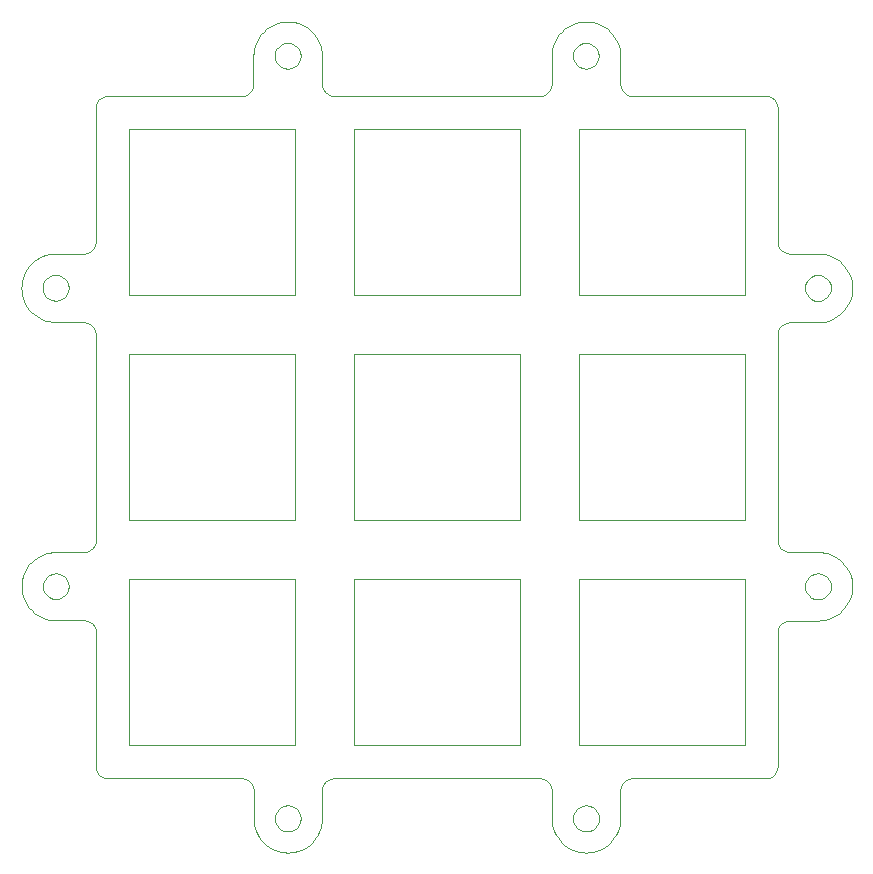
<source format=gbr>
%TF.GenerationSoftware,KiCad,Pcbnew,8.0.2*%
%TF.CreationDate,2024-10-14T14:12:18+09:00*%
%TF.ProjectId,plate,706c6174-652e-46b6-9963-61645f706362,rev?*%
%TF.SameCoordinates,Original*%
%TF.FileFunction,Profile,NP*%
%FSLAX46Y46*%
G04 Gerber Fmt 4.6, Leading zero omitted, Abs format (unit mm)*
G04 Created by KiCad (PCBNEW 8.0.2) date 2024-10-14 14:12:18*
%MOMM*%
%LPD*%
G01*
G04 APERTURE LIST*
%TA.AperFunction,Profile*%
%ADD10C,0.100000*%
%TD*%
G04 APERTURE END LIST*
D10*
X133853470Y-131458000D02*
X133853470Y-131755000D01*
X133853470Y-131160400D02*
X133853470Y-131458000D01*
X133853470Y-130862900D02*
X133853470Y-131160400D01*
X133853470Y-130564700D02*
X133853470Y-130862900D01*
X133853470Y-130267400D02*
X133853470Y-130564700D01*
X133853470Y-129969400D02*
X133853470Y-130267400D01*
X133853470Y-129671100D02*
X133853470Y-129969400D01*
X133853470Y-129372600D02*
X133853470Y-129671100D01*
X133853470Y-129075200D02*
X133853470Y-129372600D01*
X133853470Y-128777200D02*
X133853470Y-129075200D01*
X133853470Y-128479100D02*
X133853470Y-128777200D01*
X133853470Y-128181800D02*
X133853470Y-128479100D01*
X133853470Y-127883100D02*
X133853470Y-128181800D01*
X133853470Y-127584600D02*
X133853470Y-127883100D01*
X133853470Y-127287500D02*
X133853470Y-127584600D01*
X133853470Y-126988900D02*
X133853470Y-127287500D01*
X133853470Y-126690800D02*
X133853470Y-126988900D01*
X133853470Y-126393100D02*
X133853470Y-126690800D01*
X133853470Y-126095500D02*
X133853470Y-126393100D01*
X133853470Y-125797000D02*
X133853470Y-126095500D01*
X133853470Y-125499200D02*
X133853470Y-125797000D01*
X133853470Y-125200700D02*
X133853470Y-125499200D01*
X133853470Y-124902700D02*
X133853470Y-125200700D01*
X133853470Y-124605000D02*
X133853470Y-124902700D01*
X133853470Y-124307300D02*
X133853470Y-124605000D01*
X133853470Y-124009000D02*
X133853470Y-124307300D01*
X133853470Y-123710900D02*
X133853470Y-124009000D01*
X133853470Y-123414000D02*
X133853470Y-123710900D01*
X133853470Y-123116100D02*
X133853470Y-123414000D01*
X133853470Y-122818000D02*
X133853470Y-123116100D01*
X133853470Y-122520400D02*
X133853470Y-122818000D01*
X133853470Y-122222600D02*
X133853470Y-122520400D01*
X133853470Y-121923800D02*
X133853470Y-122222600D01*
X133853470Y-121626400D02*
X133853470Y-121923800D01*
X133853470Y-121328300D02*
X133853470Y-121626400D01*
X133853470Y-121030300D02*
X133853470Y-121328300D01*
X133853470Y-120732100D02*
X133853470Y-121030300D01*
X133853470Y-120435100D02*
X133853470Y-120732100D01*
X133853470Y-120137600D02*
X133853470Y-120435100D01*
X133853470Y-119840100D02*
X133853470Y-120137600D01*
X133853470Y-119542400D02*
X133853470Y-119840100D01*
X133853470Y-119244900D02*
X133853470Y-119542400D01*
X133853470Y-118947300D02*
X133853470Y-119244900D01*
X133853470Y-118648400D02*
X133853470Y-118947300D01*
X133853470Y-118350700D02*
X133853470Y-118648400D01*
X133853470Y-118052300D02*
X133853470Y-118350700D01*
X133853470Y-117755000D02*
X133853470Y-118052300D01*
X133556470Y-117755000D02*
X133853470Y-117755000D01*
X133258870Y-117755000D02*
X133556470Y-117755000D01*
X132961470Y-117755000D02*
X133258870Y-117755000D01*
X132663170Y-117755000D02*
X132961470Y-117755000D01*
X132365870Y-117755000D02*
X132663170Y-117755000D01*
X132067870Y-117755000D02*
X132365870Y-117755000D01*
X131769570Y-117755000D02*
X132067870Y-117755000D01*
X131471070Y-117755000D02*
X131769570Y-117755000D01*
X131173670Y-117755000D02*
X131471070Y-117755000D01*
X130875670Y-117755000D02*
X131173670Y-117755000D01*
X130577570Y-117755000D02*
X130875670Y-117755000D01*
X130280270Y-117755000D02*
X130577570Y-117755000D01*
X129981570Y-117755000D02*
X130280270Y-117755000D01*
X129683070Y-117755000D02*
X129981570Y-117755000D01*
X129385970Y-117755000D02*
X129683070Y-117755000D01*
X129087370Y-117755000D02*
X129385970Y-117755000D01*
X128789270Y-117755000D02*
X129087370Y-117755000D01*
X128491570Y-117755000D02*
X128789270Y-117755000D01*
X128193970Y-117755000D02*
X128491570Y-117755000D01*
X127895470Y-117755000D02*
X128193970Y-117755000D01*
X127597670Y-117755000D02*
X127895470Y-117755000D01*
X127299170Y-117755000D02*
X127597670Y-117755000D01*
X127001170Y-117755000D02*
X127299170Y-117755000D01*
X126703470Y-117755000D02*
X127001170Y-117755000D01*
X126405770Y-117755000D02*
X126703470Y-117755000D01*
X126107470Y-117755000D02*
X126405770Y-117755000D01*
X125809370Y-117755000D02*
X126107470Y-117755000D01*
X125512470Y-117755000D02*
X125809370Y-117755000D01*
X125214570Y-117755000D02*
X125512470Y-117755000D01*
X124916470Y-117755000D02*
X125214570Y-117755000D01*
X124618870Y-117755000D02*
X124916470Y-117755000D01*
X124321070Y-117755000D02*
X124618870Y-117755000D01*
X124022270Y-117755000D02*
X124321070Y-117755000D01*
X123724870Y-117755000D02*
X124022270Y-117755000D01*
X123426770Y-117755000D02*
X123724870Y-117755000D01*
X123128770Y-117755000D02*
X123426770Y-117755000D01*
X122830670Y-117755000D02*
X123128770Y-117755000D01*
X122533570Y-117755000D02*
X122830670Y-117755000D01*
X122236070Y-117755000D02*
X122533570Y-117755000D01*
X121938570Y-117755000D02*
X122236070Y-117755000D01*
X121640870Y-117755000D02*
X121938570Y-117755000D01*
X121343370Y-117755000D02*
X121640870Y-117755000D01*
X121045770Y-117755000D02*
X121343370Y-117755000D01*
X120746870Y-117755000D02*
X121045770Y-117755000D01*
X120449170Y-117755000D02*
X120746870Y-117755000D01*
X120150770Y-117755000D02*
X120449170Y-117755000D01*
X119853470Y-117755000D02*
X120150770Y-117755000D01*
X119853470Y-118052000D02*
X119853470Y-117755000D01*
X119853470Y-118349700D02*
X119853470Y-118052000D01*
X119853470Y-118647100D02*
X119853470Y-118349700D01*
X119853470Y-118945400D02*
X119853470Y-118647100D01*
X119853470Y-119242700D02*
X119853470Y-118945400D01*
X119853470Y-119540700D02*
X119853470Y-119242700D01*
X119853470Y-119838900D02*
X119853470Y-119540700D01*
X119853470Y-120137500D02*
X119853470Y-119838900D01*
X119853470Y-120434800D02*
X119853470Y-120137500D01*
X119853470Y-120732900D02*
X119853470Y-120434800D01*
X119853470Y-121030900D02*
X119853470Y-120732900D01*
X119853470Y-121328200D02*
X119853470Y-121030900D01*
X119853470Y-121627000D02*
X119853470Y-121328200D01*
X119853470Y-121925500D02*
X119853470Y-121627000D01*
X119853470Y-122222500D02*
X119853470Y-121925500D01*
X119853470Y-122521200D02*
X119853470Y-122222500D01*
X119853470Y-122819300D02*
X119853470Y-122521200D01*
X119853470Y-123116900D02*
X119853470Y-122819300D01*
X119853470Y-123414600D02*
X119853470Y-123116900D01*
X119853470Y-123713000D02*
X119853470Y-123414600D01*
X119853470Y-124010900D02*
X119853470Y-123713000D01*
X119853470Y-124309400D02*
X119853470Y-124010900D01*
X119853470Y-124607300D02*
X119853470Y-124309400D01*
X119853470Y-124905000D02*
X119853470Y-124607300D01*
X119853470Y-125202800D02*
X119853470Y-124905000D01*
X119853470Y-125501100D02*
X119853470Y-125202800D01*
X119853470Y-125799100D02*
X119853470Y-125501100D01*
X119853470Y-126096000D02*
X119853470Y-125799100D01*
X119853470Y-126393900D02*
X119853470Y-126096000D01*
X119853470Y-126692000D02*
X119853470Y-126393900D01*
X119853470Y-126989600D02*
X119853470Y-126692000D01*
X119853470Y-127287500D02*
X119853470Y-126989600D01*
X119853470Y-127586200D02*
X119853470Y-127287500D01*
X119853470Y-127883600D02*
X119853470Y-127586200D01*
X119853470Y-128181800D02*
X119853470Y-127883600D01*
X119853470Y-128479700D02*
X119853470Y-128181800D01*
X119853470Y-128777900D02*
X119853470Y-128479700D01*
X119853470Y-129075000D02*
X119853470Y-128777900D01*
X119853470Y-129372500D02*
X119853470Y-129075000D01*
X119853470Y-129669900D02*
X119853470Y-129372500D01*
X119853470Y-129967700D02*
X119853470Y-129669900D01*
X119853470Y-130265100D02*
X119853470Y-129967700D01*
X119853470Y-130562800D02*
X119853470Y-130265100D01*
X119853470Y-130861600D02*
X119853470Y-130562800D01*
X119853470Y-131159400D02*
X119853470Y-130861600D01*
X119853470Y-131457800D02*
X119853470Y-131159400D01*
X119853470Y-131755000D02*
X119853470Y-131457800D01*
X120150470Y-131755000D02*
X119853470Y-131755000D01*
X120448170Y-131755000D02*
X120150470Y-131755000D01*
X120745570Y-131755000D02*
X120448170Y-131755000D01*
X121043870Y-131755000D02*
X120745570Y-131755000D01*
X121341170Y-131755000D02*
X121043870Y-131755000D01*
X121639170Y-131755000D02*
X121341170Y-131755000D01*
X121937370Y-131755000D02*
X121639170Y-131755000D01*
X122235970Y-131755000D02*
X121937370Y-131755000D01*
X122533270Y-131755000D02*
X122235970Y-131755000D01*
X122831370Y-131755000D02*
X122533270Y-131755000D01*
X123129370Y-131755000D02*
X122831370Y-131755000D01*
X123426670Y-131755000D02*
X123129370Y-131755000D01*
X123725470Y-131755000D02*
X123426670Y-131755000D01*
X124023970Y-131755000D02*
X123725470Y-131755000D01*
X124321070Y-131755000D02*
X124023970Y-131755000D01*
X124619670Y-131755000D02*
X124321070Y-131755000D01*
X124917770Y-131755000D02*
X124619670Y-131755000D01*
X125215370Y-131755000D02*
X124917770Y-131755000D01*
X125513070Y-131755000D02*
X125215370Y-131755000D01*
X125811470Y-131755000D02*
X125513070Y-131755000D01*
X126109370Y-131755000D02*
X125811470Y-131755000D01*
X126407870Y-131755000D02*
X126109370Y-131755000D01*
X126705770Y-131755000D02*
X126407870Y-131755000D01*
X127003470Y-131755000D02*
X126705770Y-131755000D01*
X127301270Y-131755000D02*
X127003470Y-131755000D01*
X127599570Y-131755000D02*
X127301270Y-131755000D01*
X127897570Y-131755000D02*
X127599570Y-131755000D01*
X128194470Y-131755000D02*
X127897570Y-131755000D01*
X128492370Y-131755000D02*
X128194470Y-131755000D01*
X128790470Y-131755000D02*
X128492370Y-131755000D01*
X129088070Y-131755000D02*
X128790470Y-131755000D01*
X129385970Y-131755000D02*
X129088070Y-131755000D01*
X129684670Y-131755000D02*
X129385970Y-131755000D01*
X129982070Y-131755000D02*
X129684670Y-131755000D01*
X130280270Y-131755000D02*
X129982070Y-131755000D01*
X130578170Y-131755000D02*
X130280270Y-131755000D01*
X130876370Y-131755000D02*
X130578170Y-131755000D01*
X131173470Y-131755000D02*
X130876370Y-131755000D01*
X131470970Y-131755000D02*
X131173470Y-131755000D01*
X131768370Y-131755000D02*
X131470970Y-131755000D01*
X132066170Y-131755000D02*
X131768370Y-131755000D01*
X132363570Y-131755000D02*
X132066170Y-131755000D01*
X132661270Y-131755000D02*
X132363570Y-131755000D01*
X132960070Y-131755000D02*
X132661270Y-131755000D01*
X133257870Y-131755000D02*
X132960070Y-131755000D01*
X133556270Y-131755000D02*
X133257870Y-131755000D01*
X133853470Y-131755000D02*
X133556270Y-131755000D01*
X133853470Y-112408000D02*
X133853470Y-112705000D01*
X133853470Y-112110400D02*
X133853470Y-112408000D01*
X133853470Y-111812900D02*
X133853470Y-112110400D01*
X133853470Y-111514700D02*
X133853470Y-111812900D01*
X133853470Y-111217400D02*
X133853470Y-111514700D01*
X133853470Y-110919400D02*
X133853470Y-111217400D01*
X133853470Y-110621100D02*
X133853470Y-110919400D01*
X133853470Y-110322600D02*
X133853470Y-110621100D01*
X133853470Y-110025200D02*
X133853470Y-110322600D01*
X133853470Y-109727200D02*
X133853470Y-110025200D01*
X133853470Y-109429100D02*
X133853470Y-109727200D01*
X133853470Y-109131800D02*
X133853470Y-109429100D01*
X133853470Y-108833100D02*
X133853470Y-109131800D01*
X133853470Y-108534600D02*
X133853470Y-108833100D01*
X133853470Y-108237500D02*
X133853470Y-108534600D01*
X133853470Y-107938900D02*
X133853470Y-108237500D01*
X133853470Y-107640800D02*
X133853470Y-107938900D01*
X133853470Y-107343100D02*
X133853470Y-107640800D01*
X133853470Y-107045500D02*
X133853470Y-107343100D01*
X133853470Y-106747000D02*
X133853470Y-107045500D01*
X133853470Y-106449200D02*
X133853470Y-106747000D01*
X133853470Y-106150700D02*
X133853470Y-106449200D01*
X133853470Y-105852700D02*
X133853470Y-106150700D01*
X133853470Y-105555000D02*
X133853470Y-105852700D01*
X133853470Y-105257300D02*
X133853470Y-105555000D01*
X133853470Y-104959000D02*
X133853470Y-105257300D01*
X133853470Y-104660900D02*
X133853470Y-104959000D01*
X133853470Y-104364000D02*
X133853470Y-104660900D01*
X133853470Y-104066100D02*
X133853470Y-104364000D01*
X133853470Y-103768000D02*
X133853470Y-104066100D01*
X133853470Y-103470400D02*
X133853470Y-103768000D01*
X133853470Y-103172600D02*
X133853470Y-103470400D01*
X133853470Y-102873800D02*
X133853470Y-103172600D01*
X133853470Y-102576400D02*
X133853470Y-102873800D01*
X133853470Y-102278300D02*
X133853470Y-102576400D01*
X133853470Y-101980300D02*
X133853470Y-102278300D01*
X133853470Y-101682100D02*
X133853470Y-101980300D01*
X133853470Y-101385100D02*
X133853470Y-101682100D01*
X133853470Y-101087600D02*
X133853470Y-101385100D01*
X133853470Y-100790100D02*
X133853470Y-101087600D01*
X133853470Y-100492400D02*
X133853470Y-100790100D01*
X133853470Y-100194900D02*
X133853470Y-100492400D01*
X133853470Y-99897300D02*
X133853470Y-100194900D01*
X133853470Y-99598400D02*
X133853470Y-99897300D01*
X133853470Y-99300700D02*
X133853470Y-99598400D01*
X133853470Y-99002300D02*
X133853470Y-99300700D01*
X133853470Y-98705000D02*
X133853470Y-99002300D01*
X133556470Y-98705000D02*
X133853470Y-98705000D01*
X133258870Y-98705000D02*
X133556470Y-98705000D01*
X132961470Y-98705000D02*
X133258870Y-98705000D01*
X132663170Y-98705000D02*
X132961470Y-98705000D01*
X132365870Y-98705000D02*
X132663170Y-98705000D01*
X132067870Y-98705000D02*
X132365870Y-98705000D01*
X131769570Y-98705000D02*
X132067870Y-98705000D01*
X131471070Y-98705000D02*
X131769570Y-98705000D01*
X131173670Y-98705000D02*
X131471070Y-98705000D01*
X130875670Y-98705000D02*
X131173670Y-98705000D01*
X130577570Y-98705000D02*
X130875670Y-98705000D01*
X130280270Y-98705000D02*
X130577570Y-98705000D01*
X129981570Y-98705000D02*
X130280270Y-98705000D01*
X129683070Y-98705000D02*
X129981570Y-98705000D01*
X129385970Y-98705000D02*
X129683070Y-98705000D01*
X129087370Y-98705000D02*
X129385970Y-98705000D01*
X128789270Y-98705000D02*
X129087370Y-98705000D01*
X128491570Y-98705000D02*
X128789270Y-98705000D01*
X128193970Y-98705000D02*
X128491570Y-98705000D01*
X127895470Y-98705000D02*
X128193970Y-98705000D01*
X127597670Y-98705000D02*
X127895470Y-98705000D01*
X127299170Y-98705000D02*
X127597670Y-98705000D01*
X127001170Y-98705000D02*
X127299170Y-98705000D01*
X126703470Y-98705000D02*
X127001170Y-98705000D01*
X126405770Y-98705000D02*
X126703470Y-98705000D01*
X126107470Y-98705000D02*
X126405770Y-98705000D01*
X125809370Y-98705000D02*
X126107470Y-98705000D01*
X125512470Y-98705000D02*
X125809370Y-98705000D01*
X125214570Y-98705000D02*
X125512470Y-98705000D01*
X124916470Y-98705000D02*
X125214570Y-98705000D01*
X124618870Y-98705000D02*
X124916470Y-98705000D01*
X124321070Y-98705000D02*
X124618870Y-98705000D01*
X124022270Y-98705000D02*
X124321070Y-98705000D01*
X123724870Y-98705000D02*
X124022270Y-98705000D01*
X123426770Y-98705000D02*
X123724870Y-98705000D01*
X123128770Y-98705000D02*
X123426770Y-98705000D01*
X122830670Y-98705000D02*
X123128770Y-98705000D01*
X122533570Y-98705000D02*
X122830670Y-98705000D01*
X122236070Y-98705000D02*
X122533570Y-98705000D01*
X121938570Y-98705000D02*
X122236070Y-98705000D01*
X121640870Y-98705000D02*
X121938570Y-98705000D01*
X121343370Y-98705000D02*
X121640870Y-98705000D01*
X121045770Y-98705000D02*
X121343370Y-98705000D01*
X120746870Y-98705000D02*
X121045770Y-98705000D01*
X120449170Y-98705000D02*
X120746870Y-98705000D01*
X120150770Y-98705000D02*
X120449170Y-98705000D01*
X119853470Y-98705000D02*
X120150770Y-98705000D01*
X119853470Y-99002000D02*
X119853470Y-98705000D01*
X119853470Y-99299700D02*
X119853470Y-99002000D01*
X119853470Y-99597100D02*
X119853470Y-99299700D01*
X119853470Y-99895400D02*
X119853470Y-99597100D01*
X119853470Y-100192700D02*
X119853470Y-99895400D01*
X119853470Y-100490700D02*
X119853470Y-100192700D01*
X119853470Y-100788900D02*
X119853470Y-100490700D01*
X119853470Y-101087500D02*
X119853470Y-100788900D01*
X119853470Y-101384800D02*
X119853470Y-101087500D01*
X119853470Y-101682900D02*
X119853470Y-101384800D01*
X119853470Y-101980900D02*
X119853470Y-101682900D01*
X119853470Y-102278200D02*
X119853470Y-101980900D01*
X119853470Y-102577000D02*
X119853470Y-102278200D01*
X119853470Y-102875500D02*
X119853470Y-102577000D01*
X119853470Y-103172500D02*
X119853470Y-102875500D01*
X119853470Y-103471200D02*
X119853470Y-103172500D01*
X119853470Y-103769300D02*
X119853470Y-103471200D01*
X119853470Y-104066900D02*
X119853470Y-103769300D01*
X119853470Y-104364600D02*
X119853470Y-104066900D01*
X119853470Y-104663000D02*
X119853470Y-104364600D01*
X119853470Y-104960900D02*
X119853470Y-104663000D01*
X119853470Y-105259400D02*
X119853470Y-104960900D01*
X119853470Y-105557300D02*
X119853470Y-105259400D01*
X119853470Y-105855000D02*
X119853470Y-105557300D01*
X119853470Y-106152800D02*
X119853470Y-105855000D01*
X119853470Y-106451100D02*
X119853470Y-106152800D01*
X119853470Y-106749100D02*
X119853470Y-106451100D01*
X119853470Y-107046000D02*
X119853470Y-106749100D01*
X119853470Y-107343900D02*
X119853470Y-107046000D01*
X119853470Y-107642000D02*
X119853470Y-107343900D01*
X119853470Y-107939600D02*
X119853470Y-107642000D01*
X119853470Y-108237500D02*
X119853470Y-107939600D01*
X119853470Y-108536200D02*
X119853470Y-108237500D01*
X119853470Y-108833600D02*
X119853470Y-108536200D01*
X119853470Y-109131800D02*
X119853470Y-108833600D01*
X119853470Y-109429700D02*
X119853470Y-109131800D01*
X119853470Y-109727900D02*
X119853470Y-109429700D01*
X119853470Y-110025000D02*
X119853470Y-109727900D01*
X119853470Y-110322500D02*
X119853470Y-110025000D01*
X119853470Y-110619900D02*
X119853470Y-110322500D01*
X119853470Y-110917700D02*
X119853470Y-110619900D01*
X119853470Y-111215100D02*
X119853470Y-110917700D01*
X119853470Y-111512800D02*
X119853470Y-111215100D01*
X119853470Y-111811600D02*
X119853470Y-111512800D01*
X119853470Y-112109400D02*
X119853470Y-111811600D01*
X119853470Y-112407800D02*
X119853470Y-112109400D01*
X119853470Y-112705000D02*
X119853470Y-112407800D01*
X120150470Y-112705000D02*
X119853470Y-112705000D01*
X120448170Y-112705000D02*
X120150470Y-112705000D01*
X120745570Y-112705000D02*
X120448170Y-112705000D01*
X121043870Y-112705000D02*
X120745570Y-112705000D01*
X121341170Y-112705000D02*
X121043870Y-112705000D01*
X121639170Y-112705000D02*
X121341170Y-112705000D01*
X121937370Y-112705000D02*
X121639170Y-112705000D01*
X122235970Y-112705000D02*
X121937370Y-112705000D01*
X122533270Y-112705000D02*
X122235970Y-112705000D01*
X122831370Y-112705000D02*
X122533270Y-112705000D01*
X123129370Y-112705000D02*
X122831370Y-112705000D01*
X123426670Y-112705000D02*
X123129370Y-112705000D01*
X123725470Y-112705000D02*
X123426670Y-112705000D01*
X124023970Y-112705000D02*
X123725470Y-112705000D01*
X124321070Y-112705000D02*
X124023970Y-112705000D01*
X124619670Y-112705000D02*
X124321070Y-112705000D01*
X124917770Y-112705000D02*
X124619670Y-112705000D01*
X125215370Y-112705000D02*
X124917770Y-112705000D01*
X125513070Y-112705000D02*
X125215370Y-112705000D01*
X125811470Y-112705000D02*
X125513070Y-112705000D01*
X126109370Y-112705000D02*
X125811470Y-112705000D01*
X126407870Y-112705000D02*
X126109370Y-112705000D01*
X126705770Y-112705000D02*
X126407870Y-112705000D01*
X127003470Y-112705000D02*
X126705770Y-112705000D01*
X127301270Y-112705000D02*
X127003470Y-112705000D01*
X127599570Y-112705000D02*
X127301270Y-112705000D01*
X127897570Y-112705000D02*
X127599570Y-112705000D01*
X128194470Y-112705000D02*
X127897570Y-112705000D01*
X128492370Y-112705000D02*
X128194470Y-112705000D01*
X128790470Y-112705000D02*
X128492370Y-112705000D01*
X129088070Y-112705000D02*
X128790470Y-112705000D01*
X129385970Y-112705000D02*
X129088070Y-112705000D01*
X129684670Y-112705000D02*
X129385970Y-112705000D01*
X129982070Y-112705000D02*
X129684670Y-112705000D01*
X130280270Y-112705000D02*
X129982070Y-112705000D01*
X130578170Y-112705000D02*
X130280270Y-112705000D01*
X130876370Y-112705000D02*
X130578170Y-112705000D01*
X131173470Y-112705000D02*
X130876370Y-112705000D01*
X131470970Y-112705000D02*
X131173470Y-112705000D01*
X131768370Y-112705000D02*
X131470970Y-112705000D01*
X132066170Y-112705000D02*
X131768370Y-112705000D01*
X132363570Y-112705000D02*
X132066170Y-112705000D01*
X132661270Y-112705000D02*
X132363570Y-112705000D01*
X132960070Y-112705000D02*
X132661270Y-112705000D01*
X133257870Y-112705000D02*
X132960070Y-112705000D01*
X133556270Y-112705000D02*
X133257870Y-112705000D01*
X133853470Y-112705000D02*
X133556270Y-112705000D01*
X152903470Y-93358000D02*
X152903470Y-93655000D01*
X152903470Y-93060400D02*
X152903470Y-93358000D01*
X152903470Y-92762900D02*
X152903470Y-93060400D01*
X152903470Y-92464700D02*
X152903470Y-92762900D01*
X152903470Y-92167400D02*
X152903470Y-92464700D01*
X152903470Y-91869400D02*
X152903470Y-92167400D01*
X152903470Y-91571100D02*
X152903470Y-91869400D01*
X152903470Y-91272600D02*
X152903470Y-91571100D01*
X152903470Y-90975200D02*
X152903470Y-91272600D01*
X152903470Y-90677200D02*
X152903470Y-90975200D01*
X152903470Y-90379100D02*
X152903470Y-90677200D01*
X152903470Y-90081800D02*
X152903470Y-90379100D01*
X152903470Y-89783100D02*
X152903470Y-90081800D01*
X152903470Y-89484600D02*
X152903470Y-89783100D01*
X152903470Y-89187500D02*
X152903470Y-89484600D01*
X152903470Y-88888900D02*
X152903470Y-89187500D01*
X152903470Y-88590800D02*
X152903470Y-88888900D01*
X152903470Y-88293100D02*
X152903470Y-88590800D01*
X152903470Y-87995500D02*
X152903470Y-88293100D01*
X152903470Y-87697000D02*
X152903470Y-87995500D01*
X152903470Y-87399200D02*
X152903470Y-87697000D01*
X152903470Y-87100700D02*
X152903470Y-87399200D01*
X152903470Y-86802700D02*
X152903470Y-87100700D01*
X152903470Y-86505000D02*
X152903470Y-86802700D01*
X152903470Y-86207300D02*
X152903470Y-86505000D01*
X152903470Y-85909000D02*
X152903470Y-86207300D01*
X152903470Y-85610900D02*
X152903470Y-85909000D01*
X152903470Y-85314000D02*
X152903470Y-85610900D01*
X152903470Y-85016100D02*
X152903470Y-85314000D01*
X152903470Y-84718000D02*
X152903470Y-85016100D01*
X152903470Y-84420400D02*
X152903470Y-84718000D01*
X152903470Y-84122600D02*
X152903470Y-84420400D01*
X152903470Y-83823800D02*
X152903470Y-84122600D01*
X152903470Y-83526400D02*
X152903470Y-83823800D01*
X152903470Y-83228300D02*
X152903470Y-83526400D01*
X152903470Y-82930300D02*
X152903470Y-83228300D01*
X152903470Y-82632100D02*
X152903470Y-82930300D01*
X152903470Y-82335100D02*
X152903470Y-82632100D01*
X152903470Y-82037600D02*
X152903470Y-82335100D01*
X152903470Y-81740100D02*
X152903470Y-82037600D01*
X152903470Y-81442400D02*
X152903470Y-81740100D01*
X152903470Y-81144900D02*
X152903470Y-81442400D01*
X152903470Y-80847300D02*
X152903470Y-81144900D01*
X152903470Y-80548400D02*
X152903470Y-80847300D01*
X152903470Y-80250700D02*
X152903470Y-80548400D01*
X152903470Y-79952300D02*
X152903470Y-80250700D01*
X152903470Y-79655000D02*
X152903470Y-79952300D01*
X152606470Y-79655000D02*
X152903470Y-79655000D01*
X152308870Y-79655000D02*
X152606470Y-79655000D01*
X152011470Y-79655000D02*
X152308870Y-79655000D01*
X151713170Y-79655000D02*
X152011470Y-79655000D01*
X151415870Y-79655000D02*
X151713170Y-79655000D01*
X151117870Y-79655000D02*
X151415870Y-79655000D01*
X150819570Y-79655000D02*
X151117870Y-79655000D01*
X150521070Y-79655000D02*
X150819570Y-79655000D01*
X150223670Y-79655000D02*
X150521070Y-79655000D01*
X149925670Y-79655000D02*
X150223670Y-79655000D01*
X149627570Y-79655000D02*
X149925670Y-79655000D01*
X149330270Y-79655000D02*
X149627570Y-79655000D01*
X149031570Y-79655000D02*
X149330270Y-79655000D01*
X148733070Y-79655000D02*
X149031570Y-79655000D01*
X148435970Y-79655000D02*
X148733070Y-79655000D01*
X148137370Y-79655000D02*
X148435970Y-79655000D01*
X147839270Y-79655000D02*
X148137370Y-79655000D01*
X147541570Y-79655000D02*
X147839270Y-79655000D01*
X147243970Y-79655000D02*
X147541570Y-79655000D01*
X146945470Y-79655000D02*
X147243970Y-79655000D01*
X146647670Y-79655000D02*
X146945470Y-79655000D01*
X146349170Y-79655000D02*
X146647670Y-79655000D01*
X146051170Y-79655000D02*
X146349170Y-79655000D01*
X145753470Y-79655000D02*
X146051170Y-79655000D01*
X145455770Y-79655000D02*
X145753470Y-79655000D01*
X145157470Y-79655000D02*
X145455770Y-79655000D01*
X144859370Y-79655000D02*
X145157470Y-79655000D01*
X144562470Y-79655000D02*
X144859370Y-79655000D01*
X144264570Y-79655000D02*
X144562470Y-79655000D01*
X143966470Y-79655000D02*
X144264570Y-79655000D01*
X143668870Y-79655000D02*
X143966470Y-79655000D01*
X143371070Y-79655000D02*
X143668870Y-79655000D01*
X143072270Y-79655000D02*
X143371070Y-79655000D01*
X142774870Y-79655000D02*
X143072270Y-79655000D01*
X142476770Y-79655000D02*
X142774870Y-79655000D01*
X142178770Y-79655000D02*
X142476770Y-79655000D01*
X141880670Y-79655000D02*
X142178770Y-79655000D01*
X141583570Y-79655000D02*
X141880670Y-79655000D01*
X141286070Y-79655000D02*
X141583570Y-79655000D01*
X140988570Y-79655000D02*
X141286070Y-79655000D01*
X140690870Y-79655000D02*
X140988570Y-79655000D01*
X140393370Y-79655000D02*
X140690870Y-79655000D01*
X140095770Y-79655000D02*
X140393370Y-79655000D01*
X139796870Y-79655000D02*
X140095770Y-79655000D01*
X139499170Y-79655000D02*
X139796870Y-79655000D01*
X139200770Y-79655000D02*
X139499170Y-79655000D01*
X138903470Y-79655000D02*
X139200770Y-79655000D01*
X138903470Y-79952000D02*
X138903470Y-79655000D01*
X138903470Y-80249700D02*
X138903470Y-79952000D01*
X138903470Y-80547100D02*
X138903470Y-80249700D01*
X138903470Y-80845400D02*
X138903470Y-80547100D01*
X138903470Y-81142700D02*
X138903470Y-80845400D01*
X138903470Y-81440700D02*
X138903470Y-81142700D01*
X138903470Y-81738900D02*
X138903470Y-81440700D01*
X138903470Y-82037500D02*
X138903470Y-81738900D01*
X138903470Y-82334800D02*
X138903470Y-82037500D01*
X138903470Y-82632900D02*
X138903470Y-82334800D01*
X138903470Y-82930900D02*
X138903470Y-82632900D01*
X138903470Y-83228200D02*
X138903470Y-82930900D01*
X138903470Y-83527000D02*
X138903470Y-83228200D01*
X138903470Y-83825500D02*
X138903470Y-83527000D01*
X138903470Y-84122500D02*
X138903470Y-83825500D01*
X138903470Y-84421200D02*
X138903470Y-84122500D01*
X138903470Y-84719300D02*
X138903470Y-84421200D01*
X138903470Y-85016900D02*
X138903470Y-84719300D01*
X138903470Y-85314600D02*
X138903470Y-85016900D01*
X138903470Y-85613000D02*
X138903470Y-85314600D01*
X138903470Y-85910900D02*
X138903470Y-85613000D01*
X138903470Y-86209400D02*
X138903470Y-85910900D01*
X138903470Y-86507300D02*
X138903470Y-86209400D01*
X138903470Y-86805000D02*
X138903470Y-86507300D01*
X138903470Y-87102800D02*
X138903470Y-86805000D01*
X138903470Y-87401100D02*
X138903470Y-87102800D01*
X138903470Y-87699100D02*
X138903470Y-87401100D01*
X138903470Y-87996000D02*
X138903470Y-87699100D01*
X138903470Y-88293900D02*
X138903470Y-87996000D01*
X138903470Y-88592000D02*
X138903470Y-88293900D01*
X138903470Y-88889600D02*
X138903470Y-88592000D01*
X138903470Y-89187500D02*
X138903470Y-88889600D01*
X138903470Y-89486200D02*
X138903470Y-89187500D01*
X138903470Y-89783600D02*
X138903470Y-89486200D01*
X138903470Y-90081800D02*
X138903470Y-89783600D01*
X138903470Y-90379700D02*
X138903470Y-90081800D01*
X138903470Y-90677900D02*
X138903470Y-90379700D01*
X138903470Y-90975000D02*
X138903470Y-90677900D01*
X138903470Y-91272500D02*
X138903470Y-90975000D01*
X138903470Y-91569900D02*
X138903470Y-91272500D01*
X138903470Y-91867700D02*
X138903470Y-91569900D01*
X138903470Y-92165100D02*
X138903470Y-91867700D01*
X138903470Y-92462800D02*
X138903470Y-92165100D01*
X138903470Y-92761600D02*
X138903470Y-92462800D01*
X138903470Y-93059400D02*
X138903470Y-92761600D01*
X138903470Y-93357800D02*
X138903470Y-93059400D01*
X138903470Y-93655000D02*
X138903470Y-93357800D01*
X139200470Y-93655000D02*
X138903470Y-93655000D01*
X139498170Y-93655000D02*
X139200470Y-93655000D01*
X139795570Y-93655000D02*
X139498170Y-93655000D01*
X140093870Y-93655000D02*
X139795570Y-93655000D01*
X140391170Y-93655000D02*
X140093870Y-93655000D01*
X140689170Y-93655000D02*
X140391170Y-93655000D01*
X140987370Y-93655000D02*
X140689170Y-93655000D01*
X141285970Y-93655000D02*
X140987370Y-93655000D01*
X141583270Y-93655000D02*
X141285970Y-93655000D01*
X141881370Y-93655000D02*
X141583270Y-93655000D01*
X142179370Y-93655000D02*
X141881370Y-93655000D01*
X142476670Y-93655000D02*
X142179370Y-93655000D01*
X142775470Y-93655000D02*
X142476670Y-93655000D01*
X143073970Y-93655000D02*
X142775470Y-93655000D01*
X143371070Y-93655000D02*
X143073970Y-93655000D01*
X143669670Y-93655000D02*
X143371070Y-93655000D01*
X143967770Y-93655000D02*
X143669670Y-93655000D01*
X144265370Y-93655000D02*
X143967770Y-93655000D01*
X144563070Y-93655000D02*
X144265370Y-93655000D01*
X144861470Y-93655000D02*
X144563070Y-93655000D01*
X145159370Y-93655000D02*
X144861470Y-93655000D01*
X145457870Y-93655000D02*
X145159370Y-93655000D01*
X145755770Y-93655000D02*
X145457870Y-93655000D01*
X146053470Y-93655000D02*
X145755770Y-93655000D01*
X146351270Y-93655000D02*
X146053470Y-93655000D01*
X146649570Y-93655000D02*
X146351270Y-93655000D01*
X146947570Y-93655000D02*
X146649570Y-93655000D01*
X147244470Y-93655000D02*
X146947570Y-93655000D01*
X147542370Y-93655000D02*
X147244470Y-93655000D01*
X147840470Y-93655000D02*
X147542370Y-93655000D01*
X148138070Y-93655000D02*
X147840470Y-93655000D01*
X148435970Y-93655000D02*
X148138070Y-93655000D01*
X148734670Y-93655000D02*
X148435970Y-93655000D01*
X149032070Y-93655000D02*
X148734670Y-93655000D01*
X149330270Y-93655000D02*
X149032070Y-93655000D01*
X149628170Y-93655000D02*
X149330270Y-93655000D01*
X149926370Y-93655000D02*
X149628170Y-93655000D01*
X150223470Y-93655000D02*
X149926370Y-93655000D01*
X150520970Y-93655000D02*
X150223470Y-93655000D01*
X150818370Y-93655000D02*
X150520970Y-93655000D01*
X151116170Y-93655000D02*
X150818370Y-93655000D01*
X151413570Y-93655000D02*
X151116170Y-93655000D01*
X151711270Y-93655000D02*
X151413570Y-93655000D01*
X152010070Y-93655000D02*
X151711270Y-93655000D01*
X152307870Y-93655000D02*
X152010070Y-93655000D01*
X152606270Y-93655000D02*
X152307870Y-93655000D01*
X152903470Y-93655000D02*
X152606270Y-93655000D01*
X171953470Y-93358000D02*
X171953470Y-93655000D01*
X171953470Y-93060400D02*
X171953470Y-93358000D01*
X171953470Y-92762900D02*
X171953470Y-93060400D01*
X171953470Y-92464700D02*
X171953470Y-92762900D01*
X171953470Y-92167400D02*
X171953470Y-92464700D01*
X171953470Y-91869400D02*
X171953470Y-92167400D01*
X171953470Y-91571100D02*
X171953470Y-91869400D01*
X171953470Y-91272600D02*
X171953470Y-91571100D01*
X171953470Y-90975200D02*
X171953470Y-91272600D01*
X171953470Y-90677200D02*
X171953470Y-90975200D01*
X171953470Y-90379100D02*
X171953470Y-90677200D01*
X171953470Y-90081800D02*
X171953470Y-90379100D01*
X171953470Y-89783100D02*
X171953470Y-90081800D01*
X171953470Y-89484600D02*
X171953470Y-89783100D01*
X171953470Y-89187500D02*
X171953470Y-89484600D01*
X171953470Y-88888900D02*
X171953470Y-89187500D01*
X171953470Y-88590800D02*
X171953470Y-88888900D01*
X171953470Y-88293100D02*
X171953470Y-88590800D01*
X171953470Y-87995500D02*
X171953470Y-88293100D01*
X171953470Y-87697000D02*
X171953470Y-87995500D01*
X171953470Y-87399200D02*
X171953470Y-87697000D01*
X171953470Y-87100700D02*
X171953470Y-87399200D01*
X171953470Y-86802700D02*
X171953470Y-87100700D01*
X171953470Y-86505000D02*
X171953470Y-86802700D01*
X171953470Y-86207300D02*
X171953470Y-86505000D01*
X171953470Y-85909000D02*
X171953470Y-86207300D01*
X171953470Y-85610900D02*
X171953470Y-85909000D01*
X171953470Y-85314000D02*
X171953470Y-85610900D01*
X171953470Y-85016100D02*
X171953470Y-85314000D01*
X171953470Y-84718000D02*
X171953470Y-85016100D01*
X171953470Y-84420400D02*
X171953470Y-84718000D01*
X171953470Y-84122600D02*
X171953470Y-84420400D01*
X171953470Y-83823800D02*
X171953470Y-84122600D01*
X171953470Y-83526400D02*
X171953470Y-83823800D01*
X171953470Y-83228300D02*
X171953470Y-83526400D01*
X171953470Y-82930300D02*
X171953470Y-83228300D01*
X171953470Y-82632100D02*
X171953470Y-82930300D01*
X171953470Y-82335100D02*
X171953470Y-82632100D01*
X171953470Y-82037600D02*
X171953470Y-82335100D01*
X171953470Y-81740100D02*
X171953470Y-82037600D01*
X171953470Y-81442400D02*
X171953470Y-81740100D01*
X171953470Y-81144900D02*
X171953470Y-81442400D01*
X171953470Y-80847300D02*
X171953470Y-81144900D01*
X171953470Y-80548400D02*
X171953470Y-80847300D01*
X171953470Y-80250700D02*
X171953470Y-80548400D01*
X171953470Y-79952300D02*
X171953470Y-80250700D01*
X171953470Y-79655000D02*
X171953470Y-79952300D01*
X171656470Y-79655000D02*
X171953470Y-79655000D01*
X171358870Y-79655000D02*
X171656470Y-79655000D01*
X171061470Y-79655000D02*
X171358870Y-79655000D01*
X170763170Y-79655000D02*
X171061470Y-79655000D01*
X170465870Y-79655000D02*
X170763170Y-79655000D01*
X170167870Y-79655000D02*
X170465870Y-79655000D01*
X169869570Y-79655000D02*
X170167870Y-79655000D01*
X169571070Y-79655000D02*
X169869570Y-79655000D01*
X169273670Y-79655000D02*
X169571070Y-79655000D01*
X168975670Y-79655000D02*
X169273670Y-79655000D01*
X168677570Y-79655000D02*
X168975670Y-79655000D01*
X168380270Y-79655000D02*
X168677570Y-79655000D01*
X168081570Y-79655000D02*
X168380270Y-79655000D01*
X167783070Y-79655000D02*
X168081570Y-79655000D01*
X167485970Y-79655000D02*
X167783070Y-79655000D01*
X167187370Y-79655000D02*
X167485970Y-79655000D01*
X166889270Y-79655000D02*
X167187370Y-79655000D01*
X166591570Y-79655000D02*
X166889270Y-79655000D01*
X166293970Y-79655000D02*
X166591570Y-79655000D01*
X165995470Y-79655000D02*
X166293970Y-79655000D01*
X165697670Y-79655000D02*
X165995470Y-79655000D01*
X165399170Y-79655000D02*
X165697670Y-79655000D01*
X165101170Y-79655000D02*
X165399170Y-79655000D01*
X164803470Y-79655000D02*
X165101170Y-79655000D01*
X164505770Y-79655000D02*
X164803470Y-79655000D01*
X164207470Y-79655000D02*
X164505770Y-79655000D01*
X163909370Y-79655000D02*
X164207470Y-79655000D01*
X163612470Y-79655000D02*
X163909370Y-79655000D01*
X163314570Y-79655000D02*
X163612470Y-79655000D01*
X163016470Y-79655000D02*
X163314570Y-79655000D01*
X162718870Y-79655000D02*
X163016470Y-79655000D01*
X162421070Y-79655000D02*
X162718870Y-79655000D01*
X162122270Y-79655000D02*
X162421070Y-79655000D01*
X161824870Y-79655000D02*
X162122270Y-79655000D01*
X161526770Y-79655000D02*
X161824870Y-79655000D01*
X161228770Y-79655000D02*
X161526770Y-79655000D01*
X160930670Y-79655000D02*
X161228770Y-79655000D01*
X160633570Y-79655000D02*
X160930670Y-79655000D01*
X160336070Y-79655000D02*
X160633570Y-79655000D01*
X160038570Y-79655000D02*
X160336070Y-79655000D01*
X159740870Y-79655000D02*
X160038570Y-79655000D01*
X159443370Y-79655000D02*
X159740870Y-79655000D01*
X159145770Y-79655000D02*
X159443370Y-79655000D01*
X158846870Y-79655000D02*
X159145770Y-79655000D01*
X158549170Y-79655000D02*
X158846870Y-79655000D01*
X158250770Y-79655000D02*
X158549170Y-79655000D01*
X157953470Y-79655000D02*
X158250770Y-79655000D01*
X157953470Y-79952000D02*
X157953470Y-79655000D01*
X157953470Y-80249700D02*
X157953470Y-79952000D01*
X157953470Y-80547100D02*
X157953470Y-80249700D01*
X157953470Y-80845400D02*
X157953470Y-80547100D01*
X157953470Y-81142700D02*
X157953470Y-80845400D01*
X157953470Y-81440700D02*
X157953470Y-81142700D01*
X157953470Y-81738900D02*
X157953470Y-81440700D01*
X157953470Y-82037500D02*
X157953470Y-81738900D01*
X157953470Y-82334800D02*
X157953470Y-82037500D01*
X157953470Y-82632900D02*
X157953470Y-82334800D01*
X157953470Y-82930900D02*
X157953470Y-82632900D01*
X157953470Y-83228200D02*
X157953470Y-82930900D01*
X157953470Y-83527000D02*
X157953470Y-83228200D01*
X157953470Y-83825500D02*
X157953470Y-83527000D01*
X157953470Y-84122500D02*
X157953470Y-83825500D01*
X157953470Y-84421200D02*
X157953470Y-84122500D01*
X157953470Y-84719300D02*
X157953470Y-84421200D01*
X157953470Y-85016900D02*
X157953470Y-84719300D01*
X157953470Y-85314600D02*
X157953470Y-85016900D01*
X157953470Y-85613000D02*
X157953470Y-85314600D01*
X157953470Y-85910900D02*
X157953470Y-85613000D01*
X157953470Y-86209400D02*
X157953470Y-85910900D01*
X157953470Y-86507300D02*
X157953470Y-86209400D01*
X157953470Y-86805000D02*
X157953470Y-86507300D01*
X157953470Y-87102800D02*
X157953470Y-86805000D01*
X157953470Y-87401100D02*
X157953470Y-87102800D01*
X157953470Y-87699100D02*
X157953470Y-87401100D01*
X157953470Y-87996000D02*
X157953470Y-87699100D01*
X157953470Y-88293900D02*
X157953470Y-87996000D01*
X157953470Y-88592000D02*
X157953470Y-88293900D01*
X157953470Y-88889600D02*
X157953470Y-88592000D01*
X157953470Y-89187500D02*
X157953470Y-88889600D01*
X157953470Y-89486200D02*
X157953470Y-89187500D01*
X157953470Y-89783600D02*
X157953470Y-89486200D01*
X157953470Y-90081800D02*
X157953470Y-89783600D01*
X157953470Y-90379700D02*
X157953470Y-90081800D01*
X157953470Y-90677900D02*
X157953470Y-90379700D01*
X157953470Y-90975000D02*
X157953470Y-90677900D01*
X157953470Y-91272500D02*
X157953470Y-90975000D01*
X157953470Y-91569900D02*
X157953470Y-91272500D01*
X157953470Y-91867700D02*
X157953470Y-91569900D01*
X157953470Y-92165100D02*
X157953470Y-91867700D01*
X157953470Y-92462800D02*
X157953470Y-92165100D01*
X157953470Y-92761600D02*
X157953470Y-92462800D01*
X157953470Y-93059400D02*
X157953470Y-92761600D01*
X157953470Y-93357800D02*
X157953470Y-93059400D01*
X157953470Y-93655000D02*
X157953470Y-93357800D01*
X158250470Y-93655000D02*
X157953470Y-93655000D01*
X158548170Y-93655000D02*
X158250470Y-93655000D01*
X158845570Y-93655000D02*
X158548170Y-93655000D01*
X159143870Y-93655000D02*
X158845570Y-93655000D01*
X159441170Y-93655000D02*
X159143870Y-93655000D01*
X159739170Y-93655000D02*
X159441170Y-93655000D01*
X160037370Y-93655000D02*
X159739170Y-93655000D01*
X160335970Y-93655000D02*
X160037370Y-93655000D01*
X160633270Y-93655000D02*
X160335970Y-93655000D01*
X160931370Y-93655000D02*
X160633270Y-93655000D01*
X161229370Y-93655000D02*
X160931370Y-93655000D01*
X161526670Y-93655000D02*
X161229370Y-93655000D01*
X161825470Y-93655000D02*
X161526670Y-93655000D01*
X162123970Y-93655000D02*
X161825470Y-93655000D01*
X162421070Y-93655000D02*
X162123970Y-93655000D01*
X162719670Y-93655000D02*
X162421070Y-93655000D01*
X163017770Y-93655000D02*
X162719670Y-93655000D01*
X163315370Y-93655000D02*
X163017770Y-93655000D01*
X163613070Y-93655000D02*
X163315370Y-93655000D01*
X163911470Y-93655000D02*
X163613070Y-93655000D01*
X164209370Y-93655000D02*
X163911470Y-93655000D01*
X164507870Y-93655000D02*
X164209370Y-93655000D01*
X164805770Y-93655000D02*
X164507870Y-93655000D01*
X165103470Y-93655000D02*
X164805770Y-93655000D01*
X165401270Y-93655000D02*
X165103470Y-93655000D01*
X165699570Y-93655000D02*
X165401270Y-93655000D01*
X165997570Y-93655000D02*
X165699570Y-93655000D01*
X166294470Y-93655000D02*
X165997570Y-93655000D01*
X166592370Y-93655000D02*
X166294470Y-93655000D01*
X166890470Y-93655000D02*
X166592370Y-93655000D01*
X167188070Y-93655000D02*
X166890470Y-93655000D01*
X167485970Y-93655000D02*
X167188070Y-93655000D01*
X167784670Y-93655000D02*
X167485970Y-93655000D01*
X168082070Y-93655000D02*
X167784670Y-93655000D01*
X168380270Y-93655000D02*
X168082070Y-93655000D01*
X168678170Y-93655000D02*
X168380270Y-93655000D01*
X168976370Y-93655000D02*
X168678170Y-93655000D01*
X169273470Y-93655000D02*
X168976370Y-93655000D01*
X169570970Y-93655000D02*
X169273470Y-93655000D01*
X169868370Y-93655000D02*
X169570970Y-93655000D01*
X170166170Y-93655000D02*
X169868370Y-93655000D01*
X170463570Y-93655000D02*
X170166170Y-93655000D01*
X170761270Y-93655000D02*
X170463570Y-93655000D01*
X171060070Y-93655000D02*
X170761270Y-93655000D01*
X171357870Y-93655000D02*
X171060070Y-93655000D01*
X171656270Y-93655000D02*
X171357870Y-93655000D01*
X171953470Y-93655000D02*
X171656270Y-93655000D01*
X133853470Y-93358000D02*
X133853470Y-93655000D01*
X133853470Y-93060400D02*
X133853470Y-93358000D01*
X133853470Y-92762900D02*
X133853470Y-93060400D01*
X133853470Y-92464700D02*
X133853470Y-92762900D01*
X133853470Y-92167400D02*
X133853470Y-92464700D01*
X133853470Y-91869400D02*
X133853470Y-92167400D01*
X133853470Y-91571100D02*
X133853470Y-91869400D01*
X133853470Y-91272600D02*
X133853470Y-91571100D01*
X133853470Y-90975200D02*
X133853470Y-91272600D01*
X133853470Y-90677200D02*
X133853470Y-90975200D01*
X133853470Y-90379100D02*
X133853470Y-90677200D01*
X133853470Y-90081800D02*
X133853470Y-90379100D01*
X133853470Y-89783100D02*
X133853470Y-90081800D01*
X133853470Y-89484600D02*
X133853470Y-89783100D01*
X133853470Y-89187500D02*
X133853470Y-89484600D01*
X133853470Y-88888900D02*
X133853470Y-89187500D01*
X133853470Y-88590800D02*
X133853470Y-88888900D01*
X133853470Y-88293100D02*
X133853470Y-88590800D01*
X133853470Y-87995500D02*
X133853470Y-88293100D01*
X133853470Y-87697000D02*
X133853470Y-87995500D01*
X133853470Y-87399200D02*
X133853470Y-87697000D01*
X133853470Y-87100700D02*
X133853470Y-87399200D01*
X133853470Y-86802700D02*
X133853470Y-87100700D01*
X133853470Y-86505000D02*
X133853470Y-86802700D01*
X133853470Y-86207300D02*
X133853470Y-86505000D01*
X133853470Y-85909000D02*
X133853470Y-86207300D01*
X133853470Y-85610900D02*
X133853470Y-85909000D01*
X133853470Y-85314000D02*
X133853470Y-85610900D01*
X133853470Y-85016100D02*
X133853470Y-85314000D01*
X133853470Y-84718000D02*
X133853470Y-85016100D01*
X133853470Y-84420400D02*
X133853470Y-84718000D01*
X133853470Y-84122600D02*
X133853470Y-84420400D01*
X133853470Y-83823800D02*
X133853470Y-84122600D01*
X133853470Y-83526400D02*
X133853470Y-83823800D01*
X133853470Y-83228300D02*
X133853470Y-83526400D01*
X133853470Y-82930300D02*
X133853470Y-83228300D01*
X133853470Y-82632100D02*
X133853470Y-82930300D01*
X133853470Y-82335100D02*
X133853470Y-82632100D01*
X133853470Y-82037600D02*
X133853470Y-82335100D01*
X133853470Y-81740100D02*
X133853470Y-82037600D01*
X133853470Y-81442400D02*
X133853470Y-81740100D01*
X133853470Y-81144900D02*
X133853470Y-81442400D01*
X133853470Y-80847300D02*
X133853470Y-81144900D01*
X133853470Y-80548400D02*
X133853470Y-80847300D01*
X133853470Y-80250700D02*
X133853470Y-80548400D01*
X133853470Y-79952300D02*
X133853470Y-80250700D01*
X133853470Y-79655000D02*
X133853470Y-79952300D01*
X133556470Y-79655000D02*
X133853470Y-79655000D01*
X133258870Y-79655000D02*
X133556470Y-79655000D01*
X132961470Y-79655000D02*
X133258870Y-79655000D01*
X132663170Y-79655000D02*
X132961470Y-79655000D01*
X132365870Y-79655000D02*
X132663170Y-79655000D01*
X132067870Y-79655000D02*
X132365870Y-79655000D01*
X131769570Y-79655000D02*
X132067870Y-79655000D01*
X131471070Y-79655000D02*
X131769570Y-79655000D01*
X131173670Y-79655000D02*
X131471070Y-79655000D01*
X130875670Y-79655000D02*
X131173670Y-79655000D01*
X130577570Y-79655000D02*
X130875670Y-79655000D01*
X130280270Y-79655000D02*
X130577570Y-79655000D01*
X129981570Y-79655000D02*
X130280270Y-79655000D01*
X129683070Y-79655000D02*
X129981570Y-79655000D01*
X129385970Y-79655000D02*
X129683070Y-79655000D01*
X129087370Y-79655000D02*
X129385970Y-79655000D01*
X128789270Y-79655000D02*
X129087370Y-79655000D01*
X128491570Y-79655000D02*
X128789270Y-79655000D01*
X128193970Y-79655000D02*
X128491570Y-79655000D01*
X127895470Y-79655000D02*
X128193970Y-79655000D01*
X127597670Y-79655000D02*
X127895470Y-79655000D01*
X127299170Y-79655000D02*
X127597670Y-79655000D01*
X127001170Y-79655000D02*
X127299170Y-79655000D01*
X126703470Y-79655000D02*
X127001170Y-79655000D01*
X126405770Y-79655000D02*
X126703470Y-79655000D01*
X126107470Y-79655000D02*
X126405770Y-79655000D01*
X125809370Y-79655000D02*
X126107470Y-79655000D01*
X125512470Y-79655000D02*
X125809370Y-79655000D01*
X125214570Y-79655000D02*
X125512470Y-79655000D01*
X124916470Y-79655000D02*
X125214570Y-79655000D01*
X124618870Y-79655000D02*
X124916470Y-79655000D01*
X124321070Y-79655000D02*
X124618870Y-79655000D01*
X124022270Y-79655000D02*
X124321070Y-79655000D01*
X123724870Y-79655000D02*
X124022270Y-79655000D01*
X123426770Y-79655000D02*
X123724870Y-79655000D01*
X123128770Y-79655000D02*
X123426770Y-79655000D01*
X122830670Y-79655000D02*
X123128770Y-79655000D01*
X122533570Y-79655000D02*
X122830670Y-79655000D01*
X122236070Y-79655000D02*
X122533570Y-79655000D01*
X121938570Y-79655000D02*
X122236070Y-79655000D01*
X121640870Y-79655000D02*
X121938570Y-79655000D01*
X121343370Y-79655000D02*
X121640870Y-79655000D01*
X121045770Y-79655000D02*
X121343370Y-79655000D01*
X120746870Y-79655000D02*
X121045770Y-79655000D01*
X120449170Y-79655000D02*
X120746870Y-79655000D01*
X120150770Y-79655000D02*
X120449170Y-79655000D01*
X119853470Y-79655000D02*
X120150770Y-79655000D01*
X119853470Y-79952000D02*
X119853470Y-79655000D01*
X119853470Y-80249700D02*
X119853470Y-79952000D01*
X119853470Y-80547100D02*
X119853470Y-80249700D01*
X119853470Y-80845400D02*
X119853470Y-80547100D01*
X119853470Y-81142700D02*
X119853470Y-80845400D01*
X119853470Y-81440700D02*
X119853470Y-81142700D01*
X119853470Y-81738900D02*
X119853470Y-81440700D01*
X119853470Y-82037500D02*
X119853470Y-81738900D01*
X119853470Y-82334800D02*
X119853470Y-82037500D01*
X119853470Y-82632900D02*
X119853470Y-82334800D01*
X119853470Y-82930900D02*
X119853470Y-82632900D01*
X119853470Y-83228200D02*
X119853470Y-82930900D01*
X119853470Y-83527000D02*
X119853470Y-83228200D01*
X119853470Y-83825500D02*
X119853470Y-83527000D01*
X119853470Y-84122500D02*
X119853470Y-83825500D01*
X119853470Y-84421200D02*
X119853470Y-84122500D01*
X119853470Y-84719300D02*
X119853470Y-84421200D01*
X119853470Y-85016900D02*
X119853470Y-84719300D01*
X119853470Y-85314600D02*
X119853470Y-85016900D01*
X119853470Y-85613000D02*
X119853470Y-85314600D01*
X119853470Y-85910900D02*
X119853470Y-85613000D01*
X119853470Y-86209400D02*
X119853470Y-85910900D01*
X119853470Y-86507300D02*
X119853470Y-86209400D01*
X119853470Y-86805000D02*
X119853470Y-86507300D01*
X119853470Y-87102800D02*
X119853470Y-86805000D01*
X119853470Y-87401100D02*
X119853470Y-87102800D01*
X119853470Y-87699100D02*
X119853470Y-87401100D01*
X119853470Y-87996000D02*
X119853470Y-87699100D01*
X119853470Y-88293900D02*
X119853470Y-87996000D01*
X119853470Y-88592000D02*
X119853470Y-88293900D01*
X119853470Y-88889600D02*
X119853470Y-88592000D01*
X119853470Y-89187500D02*
X119853470Y-88889600D01*
X119853470Y-89486200D02*
X119853470Y-89187500D01*
X119853470Y-89783600D02*
X119853470Y-89486200D01*
X119853470Y-90081800D02*
X119853470Y-89783600D01*
X119853470Y-90379700D02*
X119853470Y-90081800D01*
X119853470Y-90677900D02*
X119853470Y-90379700D01*
X119853470Y-90975000D02*
X119853470Y-90677900D01*
X119853470Y-91272500D02*
X119853470Y-90975000D01*
X119853470Y-91569900D02*
X119853470Y-91272500D01*
X119853470Y-91867700D02*
X119853470Y-91569900D01*
X119853470Y-92165100D02*
X119853470Y-91867700D01*
X119853470Y-92462800D02*
X119853470Y-92165100D01*
X119853470Y-92761600D02*
X119853470Y-92462800D01*
X119853470Y-93059400D02*
X119853470Y-92761600D01*
X119853470Y-93357800D02*
X119853470Y-93059400D01*
X119853470Y-93655000D02*
X119853470Y-93357800D01*
X120150470Y-93655000D02*
X119853470Y-93655000D01*
X120448170Y-93655000D02*
X120150470Y-93655000D01*
X120745570Y-93655000D02*
X120448170Y-93655000D01*
X121043870Y-93655000D02*
X120745570Y-93655000D01*
X121341170Y-93655000D02*
X121043870Y-93655000D01*
X121639170Y-93655000D02*
X121341170Y-93655000D01*
X121937370Y-93655000D02*
X121639170Y-93655000D01*
X122235970Y-93655000D02*
X121937370Y-93655000D01*
X122533270Y-93655000D02*
X122235970Y-93655000D01*
X122831370Y-93655000D02*
X122533270Y-93655000D01*
X123129370Y-93655000D02*
X122831370Y-93655000D01*
X123426670Y-93655000D02*
X123129370Y-93655000D01*
X123725470Y-93655000D02*
X123426670Y-93655000D01*
X124023970Y-93655000D02*
X123725470Y-93655000D01*
X124321070Y-93655000D02*
X124023970Y-93655000D01*
X124619670Y-93655000D02*
X124321070Y-93655000D01*
X124917770Y-93655000D02*
X124619670Y-93655000D01*
X125215370Y-93655000D02*
X124917770Y-93655000D01*
X125513070Y-93655000D02*
X125215370Y-93655000D01*
X125811470Y-93655000D02*
X125513070Y-93655000D01*
X126109370Y-93655000D02*
X125811470Y-93655000D01*
X126407870Y-93655000D02*
X126109370Y-93655000D01*
X126705770Y-93655000D02*
X126407870Y-93655000D01*
X127003470Y-93655000D02*
X126705770Y-93655000D01*
X127301270Y-93655000D02*
X127003470Y-93655000D01*
X127599570Y-93655000D02*
X127301270Y-93655000D01*
X127897570Y-93655000D02*
X127599570Y-93655000D01*
X128194470Y-93655000D02*
X127897570Y-93655000D01*
X128492370Y-93655000D02*
X128194470Y-93655000D01*
X128790470Y-93655000D02*
X128492370Y-93655000D01*
X129088070Y-93655000D02*
X128790470Y-93655000D01*
X129385970Y-93655000D02*
X129088070Y-93655000D01*
X129684670Y-93655000D02*
X129385970Y-93655000D01*
X129982070Y-93655000D02*
X129684670Y-93655000D01*
X130280270Y-93655000D02*
X129982070Y-93655000D01*
X130578170Y-93655000D02*
X130280270Y-93655000D01*
X130876370Y-93655000D02*
X130578170Y-93655000D01*
X131173470Y-93655000D02*
X130876370Y-93655000D01*
X131470970Y-93655000D02*
X131173470Y-93655000D01*
X131768370Y-93655000D02*
X131470970Y-93655000D01*
X132066170Y-93655000D02*
X131768370Y-93655000D01*
X132363570Y-93655000D02*
X132066170Y-93655000D01*
X132661270Y-93655000D02*
X132363570Y-93655000D01*
X132960070Y-93655000D02*
X132661270Y-93655000D01*
X133257870Y-93655000D02*
X132960070Y-93655000D01*
X133556270Y-93655000D02*
X133257870Y-93655000D01*
X133853470Y-93655000D02*
X133556270Y-93655000D01*
X152903470Y-112408000D02*
X152903470Y-112705000D01*
X152903470Y-112110400D02*
X152903470Y-112408000D01*
X152903470Y-111812900D02*
X152903470Y-112110400D01*
X152903470Y-111514700D02*
X152903470Y-111812900D01*
X152903470Y-111217400D02*
X152903470Y-111514700D01*
X152903470Y-110919400D02*
X152903470Y-111217400D01*
X152903470Y-110621100D02*
X152903470Y-110919400D01*
X152903470Y-110322600D02*
X152903470Y-110621100D01*
X152903470Y-110025200D02*
X152903470Y-110322600D01*
X152903470Y-109727200D02*
X152903470Y-110025200D01*
X152903470Y-109429100D02*
X152903470Y-109727200D01*
X152903470Y-109131800D02*
X152903470Y-109429100D01*
X152903470Y-108833100D02*
X152903470Y-109131800D01*
X152903470Y-108534600D02*
X152903470Y-108833100D01*
X152903470Y-108237500D02*
X152903470Y-108534600D01*
X152903470Y-107938900D02*
X152903470Y-108237500D01*
X152903470Y-107640800D02*
X152903470Y-107938900D01*
X152903470Y-107343100D02*
X152903470Y-107640800D01*
X152903470Y-107045500D02*
X152903470Y-107343100D01*
X152903470Y-106747000D02*
X152903470Y-107045500D01*
X152903470Y-106449200D02*
X152903470Y-106747000D01*
X152903470Y-106150700D02*
X152903470Y-106449200D01*
X152903470Y-105852700D02*
X152903470Y-106150700D01*
X152903470Y-105555000D02*
X152903470Y-105852700D01*
X152903470Y-105257300D02*
X152903470Y-105555000D01*
X152903470Y-104959000D02*
X152903470Y-105257300D01*
X152903470Y-104660900D02*
X152903470Y-104959000D01*
X152903470Y-104364000D02*
X152903470Y-104660900D01*
X152903470Y-104066100D02*
X152903470Y-104364000D01*
X152903470Y-103768000D02*
X152903470Y-104066100D01*
X152903470Y-103470400D02*
X152903470Y-103768000D01*
X152903470Y-103172600D02*
X152903470Y-103470400D01*
X152903470Y-102873800D02*
X152903470Y-103172600D01*
X152903470Y-102576400D02*
X152903470Y-102873800D01*
X152903470Y-102278300D02*
X152903470Y-102576400D01*
X152903470Y-101980300D02*
X152903470Y-102278300D01*
X152903470Y-101682100D02*
X152903470Y-101980300D01*
X152903470Y-101385100D02*
X152903470Y-101682100D01*
X152903470Y-101087600D02*
X152903470Y-101385100D01*
X152903470Y-100790100D02*
X152903470Y-101087600D01*
X152903470Y-100492400D02*
X152903470Y-100790100D01*
X152903470Y-100194900D02*
X152903470Y-100492400D01*
X152903470Y-99897300D02*
X152903470Y-100194900D01*
X152903470Y-99598400D02*
X152903470Y-99897300D01*
X152903470Y-99300700D02*
X152903470Y-99598400D01*
X152903470Y-99002300D02*
X152903470Y-99300700D01*
X152903470Y-98705000D02*
X152903470Y-99002300D01*
X152606470Y-98705000D02*
X152903470Y-98705000D01*
X152308870Y-98705000D02*
X152606470Y-98705000D01*
X152011470Y-98705000D02*
X152308870Y-98705000D01*
X151713170Y-98705000D02*
X152011470Y-98705000D01*
X151415870Y-98705000D02*
X151713170Y-98705000D01*
X151117870Y-98705000D02*
X151415870Y-98705000D01*
X150819570Y-98705000D02*
X151117870Y-98705000D01*
X150521070Y-98705000D02*
X150819570Y-98705000D01*
X150223670Y-98705000D02*
X150521070Y-98705000D01*
X149925670Y-98705000D02*
X150223670Y-98705000D01*
X149627570Y-98705000D02*
X149925670Y-98705000D01*
X149330270Y-98705000D02*
X149627570Y-98705000D01*
X149031570Y-98705000D02*
X149330270Y-98705000D01*
X148733070Y-98705000D02*
X149031570Y-98705000D01*
X148435970Y-98705000D02*
X148733070Y-98705000D01*
X148137370Y-98705000D02*
X148435970Y-98705000D01*
X147839270Y-98705000D02*
X148137370Y-98705000D01*
X147541570Y-98705000D02*
X147839270Y-98705000D01*
X147243970Y-98705000D02*
X147541570Y-98705000D01*
X146945470Y-98705000D02*
X147243970Y-98705000D01*
X146647670Y-98705000D02*
X146945470Y-98705000D01*
X146349170Y-98705000D02*
X146647670Y-98705000D01*
X146051170Y-98705000D02*
X146349170Y-98705000D01*
X145753470Y-98705000D02*
X146051170Y-98705000D01*
X145455770Y-98705000D02*
X145753470Y-98705000D01*
X145157470Y-98705000D02*
X145455770Y-98705000D01*
X144859370Y-98705000D02*
X145157470Y-98705000D01*
X144562470Y-98705000D02*
X144859370Y-98705000D01*
X144264570Y-98705000D02*
X144562470Y-98705000D01*
X143966470Y-98705000D02*
X144264570Y-98705000D01*
X143668870Y-98705000D02*
X143966470Y-98705000D01*
X143371070Y-98705000D02*
X143668870Y-98705000D01*
X143072270Y-98705000D02*
X143371070Y-98705000D01*
X142774870Y-98705000D02*
X143072270Y-98705000D01*
X142476770Y-98705000D02*
X142774870Y-98705000D01*
X142178770Y-98705000D02*
X142476770Y-98705000D01*
X141880670Y-98705000D02*
X142178770Y-98705000D01*
X141583570Y-98705000D02*
X141880670Y-98705000D01*
X141286070Y-98705000D02*
X141583570Y-98705000D01*
X140988570Y-98705000D02*
X141286070Y-98705000D01*
X140690870Y-98705000D02*
X140988570Y-98705000D01*
X140393370Y-98705000D02*
X140690870Y-98705000D01*
X140095770Y-98705000D02*
X140393370Y-98705000D01*
X139796870Y-98705000D02*
X140095770Y-98705000D01*
X139499170Y-98705000D02*
X139796870Y-98705000D01*
X139200770Y-98705000D02*
X139499170Y-98705000D01*
X138903470Y-98705000D02*
X139200770Y-98705000D01*
X138903470Y-99002000D02*
X138903470Y-98705000D01*
X138903470Y-99299700D02*
X138903470Y-99002000D01*
X138903470Y-99597100D02*
X138903470Y-99299700D01*
X138903470Y-99895400D02*
X138903470Y-99597100D01*
X138903470Y-100192700D02*
X138903470Y-99895400D01*
X138903470Y-100490700D02*
X138903470Y-100192700D01*
X138903470Y-100788900D02*
X138903470Y-100490700D01*
X138903470Y-101087500D02*
X138903470Y-100788900D01*
X138903470Y-101384800D02*
X138903470Y-101087500D01*
X138903470Y-101682900D02*
X138903470Y-101384800D01*
X138903470Y-101980900D02*
X138903470Y-101682900D01*
X138903470Y-102278200D02*
X138903470Y-101980900D01*
X138903470Y-102577000D02*
X138903470Y-102278200D01*
X138903470Y-102875500D02*
X138903470Y-102577000D01*
X138903470Y-103172500D02*
X138903470Y-102875500D01*
X138903470Y-103471200D02*
X138903470Y-103172500D01*
X138903470Y-103769300D02*
X138903470Y-103471200D01*
X138903470Y-104066900D02*
X138903470Y-103769300D01*
X138903470Y-104364600D02*
X138903470Y-104066900D01*
X138903470Y-104663000D02*
X138903470Y-104364600D01*
X138903470Y-104960900D02*
X138903470Y-104663000D01*
X138903470Y-105259400D02*
X138903470Y-104960900D01*
X138903470Y-105557300D02*
X138903470Y-105259400D01*
X138903470Y-105855000D02*
X138903470Y-105557300D01*
X138903470Y-106152800D02*
X138903470Y-105855000D01*
X138903470Y-106451100D02*
X138903470Y-106152800D01*
X138903470Y-106749100D02*
X138903470Y-106451100D01*
X138903470Y-107046000D02*
X138903470Y-106749100D01*
X138903470Y-107343900D02*
X138903470Y-107046000D01*
X138903470Y-107642000D02*
X138903470Y-107343900D01*
X138903470Y-107939600D02*
X138903470Y-107642000D01*
X138903470Y-108237500D02*
X138903470Y-107939600D01*
X138903470Y-108536200D02*
X138903470Y-108237500D01*
X138903470Y-108833600D02*
X138903470Y-108536200D01*
X138903470Y-109131800D02*
X138903470Y-108833600D01*
X138903470Y-109429700D02*
X138903470Y-109131800D01*
X138903470Y-109727900D02*
X138903470Y-109429700D01*
X138903470Y-110025000D02*
X138903470Y-109727900D01*
X138903470Y-110322500D02*
X138903470Y-110025000D01*
X138903470Y-110619900D02*
X138903470Y-110322500D01*
X138903470Y-110917700D02*
X138903470Y-110619900D01*
X138903470Y-111215100D02*
X138903470Y-110917700D01*
X138903470Y-111512800D02*
X138903470Y-111215100D01*
X138903470Y-111811600D02*
X138903470Y-111512800D01*
X138903470Y-112109400D02*
X138903470Y-111811600D01*
X138903470Y-112407800D02*
X138903470Y-112109400D01*
X138903470Y-112705000D02*
X138903470Y-112407800D01*
X139200470Y-112705000D02*
X138903470Y-112705000D01*
X139498170Y-112705000D02*
X139200470Y-112705000D01*
X139795570Y-112705000D02*
X139498170Y-112705000D01*
X140093870Y-112705000D02*
X139795570Y-112705000D01*
X140391170Y-112705000D02*
X140093870Y-112705000D01*
X140689170Y-112705000D02*
X140391170Y-112705000D01*
X140987370Y-112705000D02*
X140689170Y-112705000D01*
X141285970Y-112705000D02*
X140987370Y-112705000D01*
X141583270Y-112705000D02*
X141285970Y-112705000D01*
X141881370Y-112705000D02*
X141583270Y-112705000D01*
X142179370Y-112705000D02*
X141881370Y-112705000D01*
X142476670Y-112705000D02*
X142179370Y-112705000D01*
X142775470Y-112705000D02*
X142476670Y-112705000D01*
X143073970Y-112705000D02*
X142775470Y-112705000D01*
X143371070Y-112705000D02*
X143073970Y-112705000D01*
X143669670Y-112705000D02*
X143371070Y-112705000D01*
X143967770Y-112705000D02*
X143669670Y-112705000D01*
X144265370Y-112705000D02*
X143967770Y-112705000D01*
X144563070Y-112705000D02*
X144265370Y-112705000D01*
X144861470Y-112705000D02*
X144563070Y-112705000D01*
X145159370Y-112705000D02*
X144861470Y-112705000D01*
X145457870Y-112705000D02*
X145159370Y-112705000D01*
X145755770Y-112705000D02*
X145457870Y-112705000D01*
X146053470Y-112705000D02*
X145755770Y-112705000D01*
X146351270Y-112705000D02*
X146053470Y-112705000D01*
X146649570Y-112705000D02*
X146351270Y-112705000D01*
X146947570Y-112705000D02*
X146649570Y-112705000D01*
X147244470Y-112705000D02*
X146947570Y-112705000D01*
X147542370Y-112705000D02*
X147244470Y-112705000D01*
X147840470Y-112705000D02*
X147542370Y-112705000D01*
X148138070Y-112705000D02*
X147840470Y-112705000D01*
X148435970Y-112705000D02*
X148138070Y-112705000D01*
X148734670Y-112705000D02*
X148435970Y-112705000D01*
X149032070Y-112705000D02*
X148734670Y-112705000D01*
X149330270Y-112705000D02*
X149032070Y-112705000D01*
X149628170Y-112705000D02*
X149330270Y-112705000D01*
X149926370Y-112705000D02*
X149628170Y-112705000D01*
X150223470Y-112705000D02*
X149926370Y-112705000D01*
X150520970Y-112705000D02*
X150223470Y-112705000D01*
X150818370Y-112705000D02*
X150520970Y-112705000D01*
X151116170Y-112705000D02*
X150818370Y-112705000D01*
X151413570Y-112705000D02*
X151116170Y-112705000D01*
X151711270Y-112705000D02*
X151413570Y-112705000D01*
X152010070Y-112705000D02*
X151711270Y-112705000D01*
X152307870Y-112705000D02*
X152010070Y-112705000D01*
X152606270Y-112705000D02*
X152307870Y-112705000D01*
X152903470Y-112705000D02*
X152606270Y-112705000D01*
X171953470Y-112408000D02*
X171953470Y-112705000D01*
X171953470Y-112110400D02*
X171953470Y-112408000D01*
X171953470Y-111812900D02*
X171953470Y-112110400D01*
X171953470Y-111514700D02*
X171953470Y-111812900D01*
X171953470Y-111217400D02*
X171953470Y-111514700D01*
X171953470Y-110919400D02*
X171953470Y-111217400D01*
X171953470Y-110621100D02*
X171953470Y-110919400D01*
X171953470Y-110322600D02*
X171953470Y-110621100D01*
X171953470Y-110025200D02*
X171953470Y-110322600D01*
X171953470Y-109727200D02*
X171953470Y-110025200D01*
X171953470Y-109429100D02*
X171953470Y-109727200D01*
X171953470Y-109131800D02*
X171953470Y-109429100D01*
X171953470Y-108833100D02*
X171953470Y-109131800D01*
X171953470Y-108534600D02*
X171953470Y-108833100D01*
X171953470Y-108237500D02*
X171953470Y-108534600D01*
X171953470Y-107938900D02*
X171953470Y-108237500D01*
X171953470Y-107640800D02*
X171953470Y-107938900D01*
X171953470Y-107343100D02*
X171953470Y-107640800D01*
X171953470Y-107045500D02*
X171953470Y-107343100D01*
X171953470Y-106747000D02*
X171953470Y-107045500D01*
X171953470Y-106449200D02*
X171953470Y-106747000D01*
X171953470Y-106150700D02*
X171953470Y-106449200D01*
X171953470Y-105852700D02*
X171953470Y-106150700D01*
X171953470Y-105555000D02*
X171953470Y-105852700D01*
X171953470Y-105257300D02*
X171953470Y-105555000D01*
X171953470Y-104959000D02*
X171953470Y-105257300D01*
X171953470Y-104660900D02*
X171953470Y-104959000D01*
X171953470Y-104364000D02*
X171953470Y-104660900D01*
X171953470Y-104066100D02*
X171953470Y-104364000D01*
X171953470Y-103768000D02*
X171953470Y-104066100D01*
X171953470Y-103470400D02*
X171953470Y-103768000D01*
X171953470Y-103172600D02*
X171953470Y-103470400D01*
X171953470Y-102873800D02*
X171953470Y-103172600D01*
X171953470Y-102576400D02*
X171953470Y-102873800D01*
X171953470Y-102278300D02*
X171953470Y-102576400D01*
X171953470Y-101980300D02*
X171953470Y-102278300D01*
X171953470Y-101682100D02*
X171953470Y-101980300D01*
X171953470Y-101385100D02*
X171953470Y-101682100D01*
X171953470Y-101087600D02*
X171953470Y-101385100D01*
X171953470Y-100790100D02*
X171953470Y-101087600D01*
X171953470Y-100492400D02*
X171953470Y-100790100D01*
X171953470Y-100194900D02*
X171953470Y-100492400D01*
X171953470Y-99897300D02*
X171953470Y-100194900D01*
X171953470Y-99598400D02*
X171953470Y-99897300D01*
X171953470Y-99300700D02*
X171953470Y-99598400D01*
X171953470Y-99002300D02*
X171953470Y-99300700D01*
X171953470Y-98705000D02*
X171953470Y-99002300D01*
X171656470Y-98705000D02*
X171953470Y-98705000D01*
X171358870Y-98705000D02*
X171656470Y-98705000D01*
X171061470Y-98705000D02*
X171358870Y-98705000D01*
X170763170Y-98705000D02*
X171061470Y-98705000D01*
X170465870Y-98705000D02*
X170763170Y-98705000D01*
X170167870Y-98705000D02*
X170465870Y-98705000D01*
X169869570Y-98705000D02*
X170167870Y-98705000D01*
X169571070Y-98705000D02*
X169869570Y-98705000D01*
X169273670Y-98705000D02*
X169571070Y-98705000D01*
X168975670Y-98705000D02*
X169273670Y-98705000D01*
X168677570Y-98705000D02*
X168975670Y-98705000D01*
X168380270Y-98705000D02*
X168677570Y-98705000D01*
X168081570Y-98705000D02*
X168380270Y-98705000D01*
X167783070Y-98705000D02*
X168081570Y-98705000D01*
X167485970Y-98705000D02*
X167783070Y-98705000D01*
X167187370Y-98705000D02*
X167485970Y-98705000D01*
X166889270Y-98705000D02*
X167187370Y-98705000D01*
X166591570Y-98705000D02*
X166889270Y-98705000D01*
X166293970Y-98705000D02*
X166591570Y-98705000D01*
X165995470Y-98705000D02*
X166293970Y-98705000D01*
X165697670Y-98705000D02*
X165995470Y-98705000D01*
X165399170Y-98705000D02*
X165697670Y-98705000D01*
X165101170Y-98705000D02*
X165399170Y-98705000D01*
X164803470Y-98705000D02*
X165101170Y-98705000D01*
X164505770Y-98705000D02*
X164803470Y-98705000D01*
X164207470Y-98705000D02*
X164505770Y-98705000D01*
X163909370Y-98705000D02*
X164207470Y-98705000D01*
X163612470Y-98705000D02*
X163909370Y-98705000D01*
X163314570Y-98705000D02*
X163612470Y-98705000D01*
X163016470Y-98705000D02*
X163314570Y-98705000D01*
X162718870Y-98705000D02*
X163016470Y-98705000D01*
X162421070Y-98705000D02*
X162718870Y-98705000D01*
X162122270Y-98705000D02*
X162421070Y-98705000D01*
X161824870Y-98705000D02*
X162122270Y-98705000D01*
X161526770Y-98705000D02*
X161824870Y-98705000D01*
X161228770Y-98705000D02*
X161526770Y-98705000D01*
X160930670Y-98705000D02*
X161228770Y-98705000D01*
X160633570Y-98705000D02*
X160930670Y-98705000D01*
X160336070Y-98705000D02*
X160633570Y-98705000D01*
X160038570Y-98705000D02*
X160336070Y-98705000D01*
X159740870Y-98705000D02*
X160038570Y-98705000D01*
X159443370Y-98705000D02*
X159740870Y-98705000D01*
X159145770Y-98705000D02*
X159443370Y-98705000D01*
X158846870Y-98705000D02*
X159145770Y-98705000D01*
X158549170Y-98705000D02*
X158846870Y-98705000D01*
X158250770Y-98705000D02*
X158549170Y-98705000D01*
X157953470Y-98705000D02*
X158250770Y-98705000D01*
X157953470Y-99002000D02*
X157953470Y-98705000D01*
X157953470Y-99299700D02*
X157953470Y-99002000D01*
X157953470Y-99597100D02*
X157953470Y-99299700D01*
X157953470Y-99895400D02*
X157953470Y-99597100D01*
X157953470Y-100192700D02*
X157953470Y-99895400D01*
X157953470Y-100490700D02*
X157953470Y-100192700D01*
X157953470Y-100788900D02*
X157953470Y-100490700D01*
X157953470Y-101087500D02*
X157953470Y-100788900D01*
X157953470Y-101384800D02*
X157953470Y-101087500D01*
X157953470Y-101682900D02*
X157953470Y-101384800D01*
X157953470Y-101980900D02*
X157953470Y-101682900D01*
X157953470Y-102278200D02*
X157953470Y-101980900D01*
X157953470Y-102577000D02*
X157953470Y-102278200D01*
X157953470Y-102875500D02*
X157953470Y-102577000D01*
X157953470Y-103172500D02*
X157953470Y-102875500D01*
X157953470Y-103471200D02*
X157953470Y-103172500D01*
X157953470Y-103769300D02*
X157953470Y-103471200D01*
X157953470Y-104066900D02*
X157953470Y-103769300D01*
X157953470Y-104364600D02*
X157953470Y-104066900D01*
X157953470Y-104663000D02*
X157953470Y-104364600D01*
X157953470Y-104960900D02*
X157953470Y-104663000D01*
X157953470Y-105259400D02*
X157953470Y-104960900D01*
X157953470Y-105557300D02*
X157953470Y-105259400D01*
X157953470Y-105855000D02*
X157953470Y-105557300D01*
X157953470Y-106152800D02*
X157953470Y-105855000D01*
X157953470Y-106451100D02*
X157953470Y-106152800D01*
X157953470Y-106749100D02*
X157953470Y-106451100D01*
X157953470Y-107046000D02*
X157953470Y-106749100D01*
X157953470Y-107343900D02*
X157953470Y-107046000D01*
X157953470Y-107642000D02*
X157953470Y-107343900D01*
X157953470Y-107939600D02*
X157953470Y-107642000D01*
X157953470Y-108237500D02*
X157953470Y-107939600D01*
X157953470Y-108536200D02*
X157953470Y-108237500D01*
X157953470Y-108833600D02*
X157953470Y-108536200D01*
X157953470Y-109131800D02*
X157953470Y-108833600D01*
X157953470Y-109429700D02*
X157953470Y-109131800D01*
X157953470Y-109727900D02*
X157953470Y-109429700D01*
X157953470Y-110025000D02*
X157953470Y-109727900D01*
X157953470Y-110322500D02*
X157953470Y-110025000D01*
X157953470Y-110619900D02*
X157953470Y-110322500D01*
X157953470Y-110917700D02*
X157953470Y-110619900D01*
X157953470Y-111215100D02*
X157953470Y-110917700D01*
X157953470Y-111512800D02*
X157953470Y-111215100D01*
X157953470Y-111811600D02*
X157953470Y-111512800D01*
X157953470Y-112109400D02*
X157953470Y-111811600D01*
X157953470Y-112407800D02*
X157953470Y-112109400D01*
X157953470Y-112705000D02*
X157953470Y-112407800D01*
X158250470Y-112705000D02*
X157953470Y-112705000D01*
X158548170Y-112705000D02*
X158250470Y-112705000D01*
X158845570Y-112705000D02*
X158548170Y-112705000D01*
X159143870Y-112705000D02*
X158845570Y-112705000D01*
X159441170Y-112705000D02*
X159143870Y-112705000D01*
X159739170Y-112705000D02*
X159441170Y-112705000D01*
X160037370Y-112705000D02*
X159739170Y-112705000D01*
X160335970Y-112705000D02*
X160037370Y-112705000D01*
X160633270Y-112705000D02*
X160335970Y-112705000D01*
X160931370Y-112705000D02*
X160633270Y-112705000D01*
X161229370Y-112705000D02*
X160931370Y-112705000D01*
X161526670Y-112705000D02*
X161229370Y-112705000D01*
X161825470Y-112705000D02*
X161526670Y-112705000D01*
X162123970Y-112705000D02*
X161825470Y-112705000D01*
X162421070Y-112705000D02*
X162123970Y-112705000D01*
X162719670Y-112705000D02*
X162421070Y-112705000D01*
X163017770Y-112705000D02*
X162719670Y-112705000D01*
X163315370Y-112705000D02*
X163017770Y-112705000D01*
X163613070Y-112705000D02*
X163315370Y-112705000D01*
X163911470Y-112705000D02*
X163613070Y-112705000D01*
X164209370Y-112705000D02*
X163911470Y-112705000D01*
X164507870Y-112705000D02*
X164209370Y-112705000D01*
X164805770Y-112705000D02*
X164507870Y-112705000D01*
X165103470Y-112705000D02*
X164805770Y-112705000D01*
X165401270Y-112705000D02*
X165103470Y-112705000D01*
X165699570Y-112705000D02*
X165401270Y-112705000D01*
X165997570Y-112705000D02*
X165699570Y-112705000D01*
X166294470Y-112705000D02*
X165997570Y-112705000D01*
X166592370Y-112705000D02*
X166294470Y-112705000D01*
X166890470Y-112705000D02*
X166592370Y-112705000D01*
X167188070Y-112705000D02*
X166890470Y-112705000D01*
X167485970Y-112705000D02*
X167188070Y-112705000D01*
X167784670Y-112705000D02*
X167485970Y-112705000D01*
X168082070Y-112705000D02*
X167784670Y-112705000D01*
X168380270Y-112705000D02*
X168082070Y-112705000D01*
X168678170Y-112705000D02*
X168380270Y-112705000D01*
X168976370Y-112705000D02*
X168678170Y-112705000D01*
X169273470Y-112705000D02*
X168976370Y-112705000D01*
X169570970Y-112705000D02*
X169273470Y-112705000D01*
X169868370Y-112705000D02*
X169570970Y-112705000D01*
X170166170Y-112705000D02*
X169868370Y-112705000D01*
X170463570Y-112705000D02*
X170166170Y-112705000D01*
X170761270Y-112705000D02*
X170463570Y-112705000D01*
X171060070Y-112705000D02*
X170761270Y-112705000D01*
X171357870Y-112705000D02*
X171060070Y-112705000D01*
X171656270Y-112705000D02*
X171357870Y-112705000D01*
X171953470Y-112705000D02*
X171656270Y-112705000D01*
X171953470Y-131458000D02*
X171953470Y-131755000D01*
X171953470Y-131160400D02*
X171953470Y-131458000D01*
X171953470Y-130862900D02*
X171953470Y-131160400D01*
X171953470Y-130564700D02*
X171953470Y-130862900D01*
X171953470Y-130267400D02*
X171953470Y-130564700D01*
X171953470Y-129969400D02*
X171953470Y-130267400D01*
X171953470Y-129671100D02*
X171953470Y-129969400D01*
X171953470Y-129372600D02*
X171953470Y-129671100D01*
X171953470Y-129075200D02*
X171953470Y-129372600D01*
X171953470Y-128777200D02*
X171953470Y-129075200D01*
X171953470Y-128479100D02*
X171953470Y-128777200D01*
X171953470Y-128181800D02*
X171953470Y-128479100D01*
X171953470Y-127883100D02*
X171953470Y-128181800D01*
X171953470Y-127584600D02*
X171953470Y-127883100D01*
X171953470Y-127287500D02*
X171953470Y-127584600D01*
X171953470Y-126988900D02*
X171953470Y-127287500D01*
X171953470Y-126690800D02*
X171953470Y-126988900D01*
X171953470Y-126393100D02*
X171953470Y-126690800D01*
X171953470Y-126095500D02*
X171953470Y-126393100D01*
X171953470Y-125797000D02*
X171953470Y-126095500D01*
X171953470Y-125499200D02*
X171953470Y-125797000D01*
X171953470Y-125200700D02*
X171953470Y-125499200D01*
X171953470Y-124902700D02*
X171953470Y-125200700D01*
X171953470Y-124605000D02*
X171953470Y-124902700D01*
X171953470Y-124307300D02*
X171953470Y-124605000D01*
X171953470Y-124009000D02*
X171953470Y-124307300D01*
X171953470Y-123710900D02*
X171953470Y-124009000D01*
X171953470Y-123414000D02*
X171953470Y-123710900D01*
X171953470Y-123116100D02*
X171953470Y-123414000D01*
X171953470Y-122818000D02*
X171953470Y-123116100D01*
X171953470Y-122520400D02*
X171953470Y-122818000D01*
X171953470Y-122222600D02*
X171953470Y-122520400D01*
X171953470Y-121923800D02*
X171953470Y-122222600D01*
X171953470Y-121626400D02*
X171953470Y-121923800D01*
X171953470Y-121328300D02*
X171953470Y-121626400D01*
X171953470Y-121030300D02*
X171953470Y-121328300D01*
X171953470Y-120732100D02*
X171953470Y-121030300D01*
X171953470Y-120435100D02*
X171953470Y-120732100D01*
X171953470Y-120137600D02*
X171953470Y-120435100D01*
X171953470Y-119840100D02*
X171953470Y-120137600D01*
X171953470Y-119542400D02*
X171953470Y-119840100D01*
X171953470Y-119244900D02*
X171953470Y-119542400D01*
X171953470Y-118947300D02*
X171953470Y-119244900D01*
X171953470Y-118648400D02*
X171953470Y-118947300D01*
X171953470Y-118350700D02*
X171953470Y-118648400D01*
X171953470Y-118052300D02*
X171953470Y-118350700D01*
X171953470Y-117755000D02*
X171953470Y-118052300D01*
X171656470Y-117755000D02*
X171953470Y-117755000D01*
X171358870Y-117755000D02*
X171656470Y-117755000D01*
X171061470Y-117755000D02*
X171358870Y-117755000D01*
X170763170Y-117755000D02*
X171061470Y-117755000D01*
X170465870Y-117755000D02*
X170763170Y-117755000D01*
X170167870Y-117755000D02*
X170465870Y-117755000D01*
X169869570Y-117755000D02*
X170167870Y-117755000D01*
X169571070Y-117755000D02*
X169869570Y-117755000D01*
X169273670Y-117755000D02*
X169571070Y-117755000D01*
X168975670Y-117755000D02*
X169273670Y-117755000D01*
X168677570Y-117755000D02*
X168975670Y-117755000D01*
X168380270Y-117755000D02*
X168677570Y-117755000D01*
X168081570Y-117755000D02*
X168380270Y-117755000D01*
X167783070Y-117755000D02*
X168081570Y-117755000D01*
X167485970Y-117755000D02*
X167783070Y-117755000D01*
X167187370Y-117755000D02*
X167485970Y-117755000D01*
X166889270Y-117755000D02*
X167187370Y-117755000D01*
X166591570Y-117755000D02*
X166889270Y-117755000D01*
X166293970Y-117755000D02*
X166591570Y-117755000D01*
X165995470Y-117755000D02*
X166293970Y-117755000D01*
X165697670Y-117755000D02*
X165995470Y-117755000D01*
X165399170Y-117755000D02*
X165697670Y-117755000D01*
X165101170Y-117755000D02*
X165399170Y-117755000D01*
X164803470Y-117755000D02*
X165101170Y-117755000D01*
X164505770Y-117755000D02*
X164803470Y-117755000D01*
X164207470Y-117755000D02*
X164505770Y-117755000D01*
X163909370Y-117755000D02*
X164207470Y-117755000D01*
X163612470Y-117755000D02*
X163909370Y-117755000D01*
X163314570Y-117755000D02*
X163612470Y-117755000D01*
X163016470Y-117755000D02*
X163314570Y-117755000D01*
X162718870Y-117755000D02*
X163016470Y-117755000D01*
X162421070Y-117755000D02*
X162718870Y-117755000D01*
X162122270Y-117755000D02*
X162421070Y-117755000D01*
X161824870Y-117755000D02*
X162122270Y-117755000D01*
X161526770Y-117755000D02*
X161824870Y-117755000D01*
X161228770Y-117755000D02*
X161526770Y-117755000D01*
X160930670Y-117755000D02*
X161228770Y-117755000D01*
X160633570Y-117755000D02*
X160930670Y-117755000D01*
X160336070Y-117755000D02*
X160633570Y-117755000D01*
X160038570Y-117755000D02*
X160336070Y-117755000D01*
X159740870Y-117755000D02*
X160038570Y-117755000D01*
X159443370Y-117755000D02*
X159740870Y-117755000D01*
X159145770Y-117755000D02*
X159443370Y-117755000D01*
X158846870Y-117755000D02*
X159145770Y-117755000D01*
X158549170Y-117755000D02*
X158846870Y-117755000D01*
X158250770Y-117755000D02*
X158549170Y-117755000D01*
X157953470Y-117755000D02*
X158250770Y-117755000D01*
X157953470Y-118052000D02*
X157953470Y-117755000D01*
X157953470Y-118349700D02*
X157953470Y-118052000D01*
X157953470Y-118647100D02*
X157953470Y-118349700D01*
X157953470Y-118945400D02*
X157953470Y-118647100D01*
X157953470Y-119242700D02*
X157953470Y-118945400D01*
X157953470Y-119540700D02*
X157953470Y-119242700D01*
X157953470Y-119838900D02*
X157953470Y-119540700D01*
X157953470Y-120137500D02*
X157953470Y-119838900D01*
X157953470Y-120434800D02*
X157953470Y-120137500D01*
X157953470Y-120732900D02*
X157953470Y-120434800D01*
X157953470Y-121030900D02*
X157953470Y-120732900D01*
X157953470Y-121328200D02*
X157953470Y-121030900D01*
X157953470Y-121627000D02*
X157953470Y-121328200D01*
X157953470Y-121925500D02*
X157953470Y-121627000D01*
X157953470Y-122222500D02*
X157953470Y-121925500D01*
X157953470Y-122521200D02*
X157953470Y-122222500D01*
X157953470Y-122819300D02*
X157953470Y-122521200D01*
X157953470Y-123116900D02*
X157953470Y-122819300D01*
X157953470Y-123414600D02*
X157953470Y-123116900D01*
X157953470Y-123713000D02*
X157953470Y-123414600D01*
X157953470Y-124010900D02*
X157953470Y-123713000D01*
X157953470Y-124309400D02*
X157953470Y-124010900D01*
X157953470Y-124607300D02*
X157953470Y-124309400D01*
X157953470Y-124905000D02*
X157953470Y-124607300D01*
X157953470Y-125202800D02*
X157953470Y-124905000D01*
X157953470Y-125501100D02*
X157953470Y-125202800D01*
X157953470Y-125799100D02*
X157953470Y-125501100D01*
X157953470Y-126096000D02*
X157953470Y-125799100D01*
X157953470Y-126393900D02*
X157953470Y-126096000D01*
X157953470Y-126692000D02*
X157953470Y-126393900D01*
X157953470Y-126989600D02*
X157953470Y-126692000D01*
X157953470Y-127287500D02*
X157953470Y-126989600D01*
X157953470Y-127586200D02*
X157953470Y-127287500D01*
X157953470Y-127883600D02*
X157953470Y-127586200D01*
X157953470Y-128181800D02*
X157953470Y-127883600D01*
X157953470Y-128479700D02*
X157953470Y-128181800D01*
X157953470Y-128777900D02*
X157953470Y-128479700D01*
X157953470Y-129075000D02*
X157953470Y-128777900D01*
X157953470Y-129372500D02*
X157953470Y-129075000D01*
X157953470Y-129669900D02*
X157953470Y-129372500D01*
X157953470Y-129967700D02*
X157953470Y-129669900D01*
X157953470Y-130265100D02*
X157953470Y-129967700D01*
X157953470Y-130562800D02*
X157953470Y-130265100D01*
X157953470Y-130861600D02*
X157953470Y-130562800D01*
X157953470Y-131159400D02*
X157953470Y-130861600D01*
X157953470Y-131457800D02*
X157953470Y-131159400D01*
X157953470Y-131755000D02*
X157953470Y-131457800D01*
X158250470Y-131755000D02*
X157953470Y-131755000D01*
X158548170Y-131755000D02*
X158250470Y-131755000D01*
X158845570Y-131755000D02*
X158548170Y-131755000D01*
X159143870Y-131755000D02*
X158845570Y-131755000D01*
X159441170Y-131755000D02*
X159143870Y-131755000D01*
X159739170Y-131755000D02*
X159441170Y-131755000D01*
X160037370Y-131755000D02*
X159739170Y-131755000D01*
X160335970Y-131755000D02*
X160037370Y-131755000D01*
X160633270Y-131755000D02*
X160335970Y-131755000D01*
X160931370Y-131755000D02*
X160633270Y-131755000D01*
X161229370Y-131755000D02*
X160931370Y-131755000D01*
X161526670Y-131755000D02*
X161229370Y-131755000D01*
X161825470Y-131755000D02*
X161526670Y-131755000D01*
X162123970Y-131755000D02*
X161825470Y-131755000D01*
X162421070Y-131755000D02*
X162123970Y-131755000D01*
X162719670Y-131755000D02*
X162421070Y-131755000D01*
X163017770Y-131755000D02*
X162719670Y-131755000D01*
X163315370Y-131755000D02*
X163017770Y-131755000D01*
X163613070Y-131755000D02*
X163315370Y-131755000D01*
X163911470Y-131755000D02*
X163613070Y-131755000D01*
X164209370Y-131755000D02*
X163911470Y-131755000D01*
X164507870Y-131755000D02*
X164209370Y-131755000D01*
X164805770Y-131755000D02*
X164507870Y-131755000D01*
X165103470Y-131755000D02*
X164805770Y-131755000D01*
X165401270Y-131755000D02*
X165103470Y-131755000D01*
X165699570Y-131755000D02*
X165401270Y-131755000D01*
X165997570Y-131755000D02*
X165699570Y-131755000D01*
X166294470Y-131755000D02*
X165997570Y-131755000D01*
X166592370Y-131755000D02*
X166294470Y-131755000D01*
X166890470Y-131755000D02*
X166592370Y-131755000D01*
X167188070Y-131755000D02*
X166890470Y-131755000D01*
X167485970Y-131755000D02*
X167188070Y-131755000D01*
X167784670Y-131755000D02*
X167485970Y-131755000D01*
X168082070Y-131755000D02*
X167784670Y-131755000D01*
X168380270Y-131755000D02*
X168082070Y-131755000D01*
X168678170Y-131755000D02*
X168380270Y-131755000D01*
X168976370Y-131755000D02*
X168678170Y-131755000D01*
X169273470Y-131755000D02*
X168976370Y-131755000D01*
X169570970Y-131755000D02*
X169273470Y-131755000D01*
X169868370Y-131755000D02*
X169570970Y-131755000D01*
X170166170Y-131755000D02*
X169868370Y-131755000D01*
X170463570Y-131755000D02*
X170166170Y-131755000D01*
X170761270Y-131755000D02*
X170463570Y-131755000D01*
X171060070Y-131755000D02*
X170761270Y-131755000D01*
X171357870Y-131755000D02*
X171060070Y-131755000D01*
X171656270Y-131755000D02*
X171357870Y-131755000D01*
X171953470Y-131755000D02*
X171656270Y-131755000D01*
X152903470Y-131458000D02*
X152903470Y-131755000D01*
X152903470Y-131160400D02*
X152903470Y-131458000D01*
X152903470Y-130862900D02*
X152903470Y-131160400D01*
X152903470Y-130564700D02*
X152903470Y-130862900D01*
X152903470Y-130267400D02*
X152903470Y-130564700D01*
X152903470Y-129969400D02*
X152903470Y-130267400D01*
X152903470Y-129671100D02*
X152903470Y-129969400D01*
X152903470Y-129372600D02*
X152903470Y-129671100D01*
X152903470Y-129075200D02*
X152903470Y-129372600D01*
X152903470Y-128777200D02*
X152903470Y-129075200D01*
X152903470Y-128479100D02*
X152903470Y-128777200D01*
X152903470Y-128181800D02*
X152903470Y-128479100D01*
X152903470Y-127883100D02*
X152903470Y-128181800D01*
X152903470Y-127584600D02*
X152903470Y-127883100D01*
X152903470Y-127287500D02*
X152903470Y-127584600D01*
X152903470Y-126988900D02*
X152903470Y-127287500D01*
X152903470Y-126690800D02*
X152903470Y-126988900D01*
X152903470Y-126393100D02*
X152903470Y-126690800D01*
X152903470Y-126095500D02*
X152903470Y-126393100D01*
X152903470Y-125797000D02*
X152903470Y-126095500D01*
X152903470Y-125499200D02*
X152903470Y-125797000D01*
X152903470Y-125200700D02*
X152903470Y-125499200D01*
X152903470Y-124902700D02*
X152903470Y-125200700D01*
X152903470Y-124605000D02*
X152903470Y-124902700D01*
X152903470Y-124307300D02*
X152903470Y-124605000D01*
X152903470Y-124009000D02*
X152903470Y-124307300D01*
X152903470Y-123710900D02*
X152903470Y-124009000D01*
X152903470Y-123414000D02*
X152903470Y-123710900D01*
X152903470Y-123116100D02*
X152903470Y-123414000D01*
X152903470Y-122818000D02*
X152903470Y-123116100D01*
X152903470Y-122520400D02*
X152903470Y-122818000D01*
X152903470Y-122222600D02*
X152903470Y-122520400D01*
X152903470Y-121923800D02*
X152903470Y-122222600D01*
X152903470Y-121626400D02*
X152903470Y-121923800D01*
X152903470Y-121328300D02*
X152903470Y-121626400D01*
X152903470Y-121030300D02*
X152903470Y-121328300D01*
X152903470Y-120732100D02*
X152903470Y-121030300D01*
X152903470Y-120435100D02*
X152903470Y-120732100D01*
X152903470Y-120137600D02*
X152903470Y-120435100D01*
X152903470Y-119840100D02*
X152903470Y-120137600D01*
X152903470Y-119542400D02*
X152903470Y-119840100D01*
X152903470Y-119244900D02*
X152903470Y-119542400D01*
X152903470Y-118947300D02*
X152903470Y-119244900D01*
X152903470Y-118648400D02*
X152903470Y-118947300D01*
X152903470Y-118350700D02*
X152903470Y-118648400D01*
X152903470Y-118052300D02*
X152903470Y-118350700D01*
X152903470Y-117755000D02*
X152903470Y-118052300D01*
X152606470Y-117755000D02*
X152903470Y-117755000D01*
X152308870Y-117755000D02*
X152606470Y-117755000D01*
X152011470Y-117755000D02*
X152308870Y-117755000D01*
X151713170Y-117755000D02*
X152011470Y-117755000D01*
X151415870Y-117755000D02*
X151713170Y-117755000D01*
X151117870Y-117755000D02*
X151415870Y-117755000D01*
X150819570Y-117755000D02*
X151117870Y-117755000D01*
X150521070Y-117755000D02*
X150819570Y-117755000D01*
X150223670Y-117755000D02*
X150521070Y-117755000D01*
X149925670Y-117755000D02*
X150223670Y-117755000D01*
X149627570Y-117755000D02*
X149925670Y-117755000D01*
X149330270Y-117755000D02*
X149627570Y-117755000D01*
X149031570Y-117755000D02*
X149330270Y-117755000D01*
X148733070Y-117755000D02*
X149031570Y-117755000D01*
X148435970Y-117755000D02*
X148733070Y-117755000D01*
X148137370Y-117755000D02*
X148435970Y-117755000D01*
X147839270Y-117755000D02*
X148137370Y-117755000D01*
X147541570Y-117755000D02*
X147839270Y-117755000D01*
X147243970Y-117755000D02*
X147541570Y-117755000D01*
X146945470Y-117755000D02*
X147243970Y-117755000D01*
X146647670Y-117755000D02*
X146945470Y-117755000D01*
X146349170Y-117755000D02*
X146647670Y-117755000D01*
X146051170Y-117755000D02*
X146349170Y-117755000D01*
X145753470Y-117755000D02*
X146051170Y-117755000D01*
X145455770Y-117755000D02*
X145753470Y-117755000D01*
X145157470Y-117755000D02*
X145455770Y-117755000D01*
X144859370Y-117755000D02*
X145157470Y-117755000D01*
X144562470Y-117755000D02*
X144859370Y-117755000D01*
X144264570Y-117755000D02*
X144562470Y-117755000D01*
X143966470Y-117755000D02*
X144264570Y-117755000D01*
X143668870Y-117755000D02*
X143966470Y-117755000D01*
X143371070Y-117755000D02*
X143668870Y-117755000D01*
X143072270Y-117755000D02*
X143371070Y-117755000D01*
X142774870Y-117755000D02*
X143072270Y-117755000D01*
X142476770Y-117755000D02*
X142774870Y-117755000D01*
X142178770Y-117755000D02*
X142476770Y-117755000D01*
X141880670Y-117755000D02*
X142178770Y-117755000D01*
X141583570Y-117755000D02*
X141880670Y-117755000D01*
X141286070Y-117755000D02*
X141583570Y-117755000D01*
X140988570Y-117755000D02*
X141286070Y-117755000D01*
X140690870Y-117755000D02*
X140988570Y-117755000D01*
X140393370Y-117755000D02*
X140690870Y-117755000D01*
X140095770Y-117755000D02*
X140393370Y-117755000D01*
X139796870Y-117755000D02*
X140095770Y-117755000D01*
X139499170Y-117755000D02*
X139796870Y-117755000D01*
X139200770Y-117755000D02*
X139499170Y-117755000D01*
X138903470Y-117755000D02*
X139200770Y-117755000D01*
X138903470Y-118052000D02*
X138903470Y-117755000D01*
X138903470Y-118349700D02*
X138903470Y-118052000D01*
X138903470Y-118647100D02*
X138903470Y-118349700D01*
X138903470Y-118945400D02*
X138903470Y-118647100D01*
X138903470Y-119242700D02*
X138903470Y-118945400D01*
X138903470Y-119540700D02*
X138903470Y-119242700D01*
X138903470Y-119838900D02*
X138903470Y-119540700D01*
X138903470Y-120137500D02*
X138903470Y-119838900D01*
X138903470Y-120434800D02*
X138903470Y-120137500D01*
X138903470Y-120732900D02*
X138903470Y-120434800D01*
X138903470Y-121030900D02*
X138903470Y-120732900D01*
X138903470Y-121328200D02*
X138903470Y-121030900D01*
X138903470Y-121627000D02*
X138903470Y-121328200D01*
X138903470Y-121925500D02*
X138903470Y-121627000D01*
X138903470Y-122222500D02*
X138903470Y-121925500D01*
X138903470Y-122521200D02*
X138903470Y-122222500D01*
X138903470Y-122819300D02*
X138903470Y-122521200D01*
X138903470Y-123116900D02*
X138903470Y-122819300D01*
X138903470Y-123414600D02*
X138903470Y-123116900D01*
X138903470Y-123713000D02*
X138903470Y-123414600D01*
X138903470Y-124010900D02*
X138903470Y-123713000D01*
X138903470Y-124309400D02*
X138903470Y-124010900D01*
X138903470Y-124607300D02*
X138903470Y-124309400D01*
X138903470Y-124905000D02*
X138903470Y-124607300D01*
X138903470Y-125202800D02*
X138903470Y-124905000D01*
X138903470Y-125501100D02*
X138903470Y-125202800D01*
X138903470Y-125799100D02*
X138903470Y-125501100D01*
X138903470Y-126096000D02*
X138903470Y-125799100D01*
X138903470Y-126393900D02*
X138903470Y-126096000D01*
X138903470Y-126692000D02*
X138903470Y-126393900D01*
X138903470Y-126989600D02*
X138903470Y-126692000D01*
X138903470Y-127287500D02*
X138903470Y-126989600D01*
X138903470Y-127586200D02*
X138903470Y-127287500D01*
X138903470Y-127883600D02*
X138903470Y-127586200D01*
X138903470Y-128181800D02*
X138903470Y-127883600D01*
X138903470Y-128479700D02*
X138903470Y-128181800D01*
X138903470Y-128777900D02*
X138903470Y-128479700D01*
X138903470Y-129075000D02*
X138903470Y-128777900D01*
X138903470Y-129372500D02*
X138903470Y-129075000D01*
X138903470Y-129669900D02*
X138903470Y-129372500D01*
X138903470Y-129967700D02*
X138903470Y-129669900D01*
X138903470Y-130265100D02*
X138903470Y-129967700D01*
X138903470Y-130562800D02*
X138903470Y-130265100D01*
X138903470Y-130861600D02*
X138903470Y-130562800D01*
X138903470Y-131159400D02*
X138903470Y-130861600D01*
X138903470Y-131457800D02*
X138903470Y-131159400D01*
X138903470Y-131755000D02*
X138903470Y-131457800D01*
X139200470Y-131755000D02*
X138903470Y-131755000D01*
X139498170Y-131755000D02*
X139200470Y-131755000D01*
X139795570Y-131755000D02*
X139498170Y-131755000D01*
X140093870Y-131755000D02*
X139795570Y-131755000D01*
X140391170Y-131755000D02*
X140093870Y-131755000D01*
X140689170Y-131755000D02*
X140391170Y-131755000D01*
X140987370Y-131755000D02*
X140689170Y-131755000D01*
X141285970Y-131755000D02*
X140987370Y-131755000D01*
X141583270Y-131755000D02*
X141285970Y-131755000D01*
X141881370Y-131755000D02*
X141583270Y-131755000D01*
X142179370Y-131755000D02*
X141881370Y-131755000D01*
X142476670Y-131755000D02*
X142179370Y-131755000D01*
X142775470Y-131755000D02*
X142476670Y-131755000D01*
X143073970Y-131755000D02*
X142775470Y-131755000D01*
X143371070Y-131755000D02*
X143073970Y-131755000D01*
X143669670Y-131755000D02*
X143371070Y-131755000D01*
X143967770Y-131755000D02*
X143669670Y-131755000D01*
X144265370Y-131755000D02*
X143967770Y-131755000D01*
X144563070Y-131755000D02*
X144265370Y-131755000D01*
X144861470Y-131755000D02*
X144563070Y-131755000D01*
X145159370Y-131755000D02*
X144861470Y-131755000D01*
X145457870Y-131755000D02*
X145159370Y-131755000D01*
X145755770Y-131755000D02*
X145457870Y-131755000D01*
X146053470Y-131755000D02*
X145755770Y-131755000D01*
X146351270Y-131755000D02*
X146053470Y-131755000D01*
X146649570Y-131755000D02*
X146351270Y-131755000D01*
X146947570Y-131755000D02*
X146649570Y-131755000D01*
X147244470Y-131755000D02*
X146947570Y-131755000D01*
X147542370Y-131755000D02*
X147244470Y-131755000D01*
X147840470Y-131755000D02*
X147542370Y-131755000D01*
X148138070Y-131755000D02*
X147840470Y-131755000D01*
X148435970Y-131755000D02*
X148138070Y-131755000D01*
X148734670Y-131755000D02*
X148435970Y-131755000D01*
X149032070Y-131755000D02*
X148734670Y-131755000D01*
X149330270Y-131755000D02*
X149032070Y-131755000D01*
X149628170Y-131755000D02*
X149330270Y-131755000D01*
X149926370Y-131755000D02*
X149628170Y-131755000D01*
X150223470Y-131755000D02*
X149926370Y-131755000D01*
X150520970Y-131755000D02*
X150223470Y-131755000D01*
X150818370Y-131755000D02*
X150520970Y-131755000D01*
X151116170Y-131755000D02*
X150818370Y-131755000D01*
X151413570Y-131755000D02*
X151116170Y-131755000D01*
X151711270Y-131755000D02*
X151413570Y-131755000D01*
X152010070Y-131755000D02*
X151711270Y-131755000D01*
X152307870Y-131755000D02*
X152010070Y-131755000D01*
X152606270Y-131755000D02*
X152307870Y-131755000D01*
X152903470Y-131755000D02*
X152606270Y-131755000D01*
X113369680Y-117267400D02*
X113655040Y-117230000D01*
X113104640Y-117377400D02*
X113369680Y-117267400D01*
X112877230Y-117552200D02*
X113104640Y-117377400D01*
X112702240Y-117780000D02*
X112877230Y-117552200D01*
X112592260Y-118045300D02*
X112702240Y-117780000D01*
X112555040Y-118330000D02*
X112592260Y-118045300D01*
X112592420Y-118615400D02*
X112555040Y-118330000D01*
X112702430Y-118880400D02*
X112592420Y-118615400D01*
X112877220Y-119107800D02*
X112702430Y-118880400D01*
X113104970Y-119282800D02*
X112877220Y-119107800D01*
X113370270Y-119392800D02*
X113104970Y-119282800D01*
X113655040Y-119430000D02*
X113370270Y-119392800D01*
X113940400Y-119392600D02*
X113655040Y-119430000D01*
X114205450Y-119282600D02*
X113940400Y-119392600D01*
X114432850Y-119107800D02*
X114205450Y-119282600D01*
X114607840Y-118880100D02*
X114432850Y-119107800D01*
X114717820Y-118614800D02*
X114607840Y-118880100D01*
X114755040Y-118330000D02*
X114717820Y-118614800D01*
X114717660Y-118044700D02*
X114755040Y-118330000D01*
X114607650Y-117779600D02*
X114717660Y-118044700D01*
X114432870Y-117552200D02*
X114607650Y-117779600D01*
X114205120Y-117377200D02*
X114432870Y-117552200D01*
X113939820Y-117267200D02*
X114205120Y-117377200D01*
X113655040Y-117230000D02*
X113939820Y-117267200D01*
X134341170Y-73136210D02*
X134378470Y-73421570D01*
X134231070Y-72871170D02*
X134341170Y-73136210D01*
X134056370Y-72643760D02*
X134231070Y-72871170D01*
X133828570Y-72468770D02*
X134056370Y-72643760D01*
X133563270Y-72358790D02*
X133828570Y-72468770D01*
X133278470Y-72321570D02*
X133563270Y-72358790D01*
X132993170Y-72358950D02*
X133278470Y-72321570D01*
X132728070Y-72468960D02*
X132993170Y-72358950D01*
X132500670Y-72643750D02*
X132728070Y-72468960D01*
X132325670Y-72871490D02*
X132500670Y-72643750D01*
X132215670Y-73136800D02*
X132325670Y-72871490D01*
X132178470Y-73421570D02*
X132215670Y-73136800D01*
X132215870Y-73706930D02*
X132178470Y-73421570D01*
X132325870Y-73971970D02*
X132215870Y-73706930D01*
X132500670Y-74199380D02*
X132325870Y-73971970D01*
X132728470Y-74374370D02*
X132500670Y-74199380D01*
X132993770Y-74484350D02*
X132728470Y-74374370D01*
X133278470Y-74521570D02*
X132993770Y-74484350D01*
X133563870Y-74484190D02*
X133278470Y-74521570D01*
X133828870Y-74374180D02*
X133563870Y-74484190D01*
X134056270Y-74199390D02*
X133828870Y-74374180D01*
X134231270Y-73971650D02*
X134056270Y-74199390D01*
X134341270Y-73706340D02*
X134231270Y-73971650D01*
X134378470Y-73421570D02*
X134341270Y-73706340D01*
X159591170Y-73136180D02*
X159628470Y-73421540D01*
X159481070Y-72871140D02*
X159591170Y-73136180D01*
X159306370Y-72643730D02*
X159481070Y-72871140D01*
X159078570Y-72468750D02*
X159306370Y-72643730D01*
X158813270Y-72358760D02*
X159078570Y-72468750D01*
X158528470Y-72321540D02*
X158813270Y-72358760D01*
X158243170Y-72358920D02*
X158528470Y-72321540D01*
X157978070Y-72468940D02*
X158243170Y-72358920D01*
X157750670Y-72643720D02*
X157978070Y-72468940D01*
X157575670Y-72871470D02*
X157750670Y-72643720D01*
X157465670Y-73136770D02*
X157575670Y-72871470D01*
X157428470Y-73421540D02*
X157465670Y-73136770D01*
X157465870Y-73706900D02*
X157428470Y-73421540D01*
X157575870Y-73971950D02*
X157465870Y-73706900D01*
X157750670Y-74199350D02*
X157575870Y-73971950D01*
X157978470Y-74374340D02*
X157750670Y-74199350D01*
X158243770Y-74484320D02*
X157978470Y-74374340D01*
X158528470Y-74521540D02*
X158243770Y-74484320D01*
X158813870Y-74484170D02*
X158528470Y-74521540D01*
X159078870Y-74374150D02*
X158813870Y-74484170D01*
X159306270Y-74199370D02*
X159078870Y-74374150D01*
X159481270Y-73971620D02*
X159306270Y-74199370D01*
X159591270Y-73706320D02*
X159481270Y-73971620D01*
X159628470Y-73421540D02*
X159591270Y-73706320D01*
X113344660Y-92007400D02*
X113630020Y-91970000D01*
X113079620Y-92117400D02*
X113344660Y-92007400D01*
X112852210Y-92292200D02*
X113079620Y-92117400D01*
X112677220Y-92520000D02*
X112852210Y-92292200D01*
X112567240Y-92785300D02*
X112677220Y-92520000D01*
X112530020Y-93070000D02*
X112567240Y-92785300D01*
X112567400Y-93355400D02*
X112530020Y-93070000D01*
X112677410Y-93620400D02*
X112567400Y-93355400D01*
X112852200Y-93847800D02*
X112677410Y-93620400D01*
X113079950Y-94022800D02*
X112852200Y-93847800D01*
X113345250Y-94132800D02*
X113079950Y-94022800D01*
X113630020Y-94170000D02*
X113345250Y-94132800D01*
X113915380Y-94132700D02*
X113630020Y-94170000D01*
X114180430Y-94022600D02*
X113915380Y-94132700D01*
X114407830Y-93847900D02*
X114180430Y-94022600D01*
X114582820Y-93620100D02*
X114407830Y-93847900D01*
X114692800Y-93354800D02*
X114582820Y-93620100D01*
X114730020Y-93070000D02*
X114692800Y-93354800D01*
X114692640Y-92784700D02*
X114730020Y-93070000D01*
X114582630Y-92519600D02*
X114692640Y-92784700D01*
X114407850Y-92292200D02*
X114582630Y-92519600D01*
X114180100Y-92117200D02*
X114407850Y-92292200D01*
X113914800Y-92007200D02*
X114180100Y-92117200D01*
X113630020Y-91970000D02*
X113914800Y-92007200D01*
X178458370Y-92017400D02*
X178172970Y-91980000D01*
X178723370Y-92127400D02*
X178458370Y-92017400D01*
X178950770Y-92302200D02*
X178723370Y-92127400D01*
X179125770Y-92530000D02*
X178950770Y-92302200D01*
X179235770Y-92795300D02*
X179125770Y-92530000D01*
X179272970Y-93080000D02*
X179235770Y-92795300D01*
X179235570Y-93365400D02*
X179272970Y-93080000D01*
X179125570Y-93630400D02*
X179235570Y-93365400D01*
X178950770Y-93857800D02*
X179125570Y-93630400D01*
X178723070Y-94032800D02*
X178950770Y-93857800D01*
X178457770Y-94142800D02*
X178723070Y-94032800D01*
X178172970Y-94180000D02*
X178457770Y-94142800D01*
X177887570Y-94142700D02*
X178172970Y-94180000D01*
X177622570Y-94032600D02*
X177887570Y-94142700D01*
X177395170Y-93857900D02*
X177622570Y-94032600D01*
X177220170Y-93630100D02*
X177395170Y-93857900D01*
X177110170Y-93364800D02*
X177220170Y-93630100D01*
X177072970Y-93080000D02*
X177110170Y-93364800D01*
X177110370Y-92794700D02*
X177072970Y-93080000D01*
X177220370Y-92529600D02*
X177110370Y-92794700D01*
X177395170Y-92302200D02*
X177220370Y-92529600D01*
X177622870Y-92127200D02*
X177395170Y-92302200D01*
X177888170Y-92017200D02*
X177622870Y-92127200D01*
X178172970Y-91980000D02*
X177888170Y-92017200D01*
X178458370Y-117272600D02*
X178172970Y-117235200D01*
X178723370Y-117382600D02*
X178458370Y-117272600D01*
X178950770Y-117557400D02*
X178723370Y-117382600D01*
X179125770Y-117785200D02*
X178950770Y-117557400D01*
X179235770Y-118050500D02*
X179125770Y-117785200D01*
X179272970Y-118335200D02*
X179235770Y-118050500D01*
X179235570Y-118620600D02*
X179272970Y-118335200D01*
X179125570Y-118885600D02*
X179235570Y-118620600D01*
X178950770Y-119113000D02*
X179125570Y-118885600D01*
X178723070Y-119288000D02*
X178950770Y-119113000D01*
X178457770Y-119398000D02*
X178723070Y-119288000D01*
X178172970Y-119435200D02*
X178457770Y-119398000D01*
X177887570Y-119397800D02*
X178172970Y-119435200D01*
X177622570Y-119287800D02*
X177887570Y-119397800D01*
X177395170Y-119113000D02*
X177622570Y-119287800D01*
X177220170Y-118885300D02*
X177395170Y-119113000D01*
X177110170Y-118620000D02*
X177220170Y-118885300D01*
X177072970Y-118335200D02*
X177110170Y-118620000D01*
X177110370Y-118049900D02*
X177072970Y-118335200D01*
X177220370Y-117784800D02*
X177110370Y-118049900D01*
X177395170Y-117557400D02*
X177220370Y-117784800D01*
X177622870Y-117382400D02*
X177395170Y-117557400D01*
X177888170Y-117272400D02*
X177622870Y-117382400D01*
X178172970Y-117235200D02*
X177888170Y-117272400D01*
X159596070Y-138269800D02*
X159633470Y-137984500D01*
X159486070Y-138534900D02*
X159596070Y-138269800D01*
X159311270Y-138762300D02*
X159486070Y-138534900D01*
X159083570Y-138937300D02*
X159311270Y-138762300D01*
X158818270Y-139047300D02*
X159083570Y-138937300D01*
X158533470Y-139084500D02*
X158818270Y-139047300D01*
X158248170Y-139047100D02*
X158533470Y-139084500D01*
X157983070Y-138937100D02*
X158248170Y-139047100D01*
X157755670Y-138762300D02*
X157983070Y-138937100D01*
X157580670Y-138534600D02*
X157755670Y-138762300D01*
X157470670Y-138269300D02*
X157580670Y-138534600D01*
X157433470Y-137984500D02*
X157470670Y-138269300D01*
X157470870Y-137699100D02*
X157433470Y-137984500D01*
X157580870Y-137434100D02*
X157470870Y-137699100D01*
X157755670Y-137206700D02*
X157580870Y-137434100D01*
X157983370Y-137031700D02*
X157755670Y-137206700D01*
X158248670Y-136921700D02*
X157983370Y-137031700D01*
X158533470Y-136884500D02*
X158248670Y-136921700D01*
X158818870Y-136921900D02*
X158533470Y-136884500D01*
X159083870Y-137031900D02*
X158818870Y-136921900D01*
X159311270Y-137206700D02*
X159083870Y-137031900D01*
X159486270Y-137434400D02*
X159311270Y-137206700D01*
X159596270Y-137699700D02*
X159486270Y-137434400D01*
X159633470Y-137984500D02*
X159596270Y-137699700D01*
X155633370Y-135585500D02*
X155633470Y-135585500D01*
X155599570Y-135327500D02*
X155633370Y-135585500D01*
X155499270Y-135085300D02*
X155599570Y-135327500D01*
X155340470Y-134878400D02*
X155499270Y-135085300D01*
X155134070Y-134719900D02*
X155340470Y-134878400D01*
X154891970Y-134619500D02*
X155134070Y-134719900D01*
X154633370Y-134585500D02*
X154891970Y-134619500D01*
X154337370Y-134585500D02*
X154633370Y-134585500D01*
X154041970Y-134585500D02*
X154337370Y-134585500D01*
X153745770Y-134585500D02*
X154041970Y-134585500D01*
X153451270Y-134585500D02*
X153745770Y-134585500D01*
X153155670Y-134585500D02*
X153451270Y-134585500D01*
X152859370Y-134585500D02*
X153155670Y-134585500D01*
X152564770Y-134585500D02*
X152859370Y-134585500D01*
X152270270Y-134585500D02*
X152564770Y-134585500D01*
X151974770Y-134585500D02*
X152270270Y-134585500D01*
X151678470Y-134585500D02*
X151974770Y-134585500D01*
X151381970Y-134585500D02*
X151678470Y-134585500D01*
X151085970Y-134585500D02*
X151381970Y-134585500D01*
X150789970Y-134585500D02*
X151085970Y-134585500D01*
X150494070Y-134585500D02*
X150789970Y-134585500D01*
X150199370Y-134585500D02*
X150494070Y-134585500D01*
X149902970Y-134585500D02*
X150199370Y-134585500D01*
X149606670Y-134585500D02*
X149902970Y-134585500D01*
X149310370Y-134585500D02*
X149606670Y-134585500D01*
X149013570Y-134585500D02*
X149310370Y-134585500D01*
X148717870Y-134585500D02*
X149013570Y-134585500D01*
X148422170Y-134585500D02*
X148717870Y-134585500D01*
X148126470Y-134585500D02*
X148422170Y-134585500D01*
X147830670Y-134585500D02*
X148126470Y-134585500D01*
X147534370Y-134585500D02*
X147830670Y-134585500D01*
X147238370Y-134585500D02*
X147534370Y-134585500D01*
X146942170Y-134585500D02*
X147238370Y-134585500D01*
X146646670Y-134585500D02*
X146942170Y-134585500D01*
X146350870Y-134585500D02*
X146646670Y-134585500D01*
X146055670Y-134585500D02*
X146350870Y-134585500D01*
X145759970Y-134585500D02*
X146055670Y-134585500D01*
X145464470Y-134585500D02*
X145759970Y-134585500D01*
X145167970Y-134585500D02*
X145464470Y-134585500D01*
X144872770Y-134585500D02*
X145167970Y-134585500D01*
X144577770Y-134585500D02*
X144872770Y-134585500D01*
X144281470Y-134585500D02*
X144577770Y-134585500D01*
X143986270Y-134585500D02*
X144281470Y-134585500D01*
X143690970Y-134585500D02*
X143986270Y-134585500D01*
X143395870Y-134585500D02*
X143690970Y-134585500D01*
X143099570Y-134585500D02*
X143395870Y-134585500D01*
X142804570Y-134585500D02*
X143099570Y-134585500D01*
X142509470Y-134585500D02*
X142804570Y-134585500D01*
X142212770Y-134585500D02*
X142509470Y-134585500D01*
X141916870Y-134585500D02*
X142212770Y-134585500D01*
X141620670Y-134585500D02*
X141916870Y-134585500D01*
X141324570Y-134585500D02*
X141620670Y-134585500D01*
X141029470Y-134585500D02*
X141324570Y-134585500D01*
X140734070Y-134585500D02*
X141029470Y-134585500D01*
X140437370Y-134585500D02*
X140734070Y-134585500D01*
X140140670Y-134585500D02*
X140437370Y-134585500D01*
X139845070Y-134585500D02*
X140140670Y-134585500D01*
X139548470Y-134585500D02*
X139845070Y-134585500D01*
X139252970Y-134585500D02*
X139548470Y-134585500D01*
X138957570Y-134585500D02*
X139252970Y-134585500D01*
X138662570Y-134585500D02*
X138957570Y-134585500D01*
X138366670Y-134585500D02*
X138662570Y-134585500D01*
X138070670Y-134585500D02*
X138366670Y-134585500D01*
X137775470Y-134585500D02*
X138070670Y-134585500D01*
X137478970Y-134585500D02*
X137775470Y-134585500D01*
X137183370Y-134585500D02*
X137478970Y-134585500D01*
X136923970Y-134619500D02*
X137183370Y-134585500D01*
X136683070Y-134719500D02*
X136923970Y-134619500D01*
X136476270Y-134878400D02*
X136683070Y-134719500D01*
X136317270Y-135085500D02*
X136476270Y-134878400D01*
X136217270Y-135326600D02*
X136317270Y-135085500D01*
X136183370Y-135585500D02*
X136217270Y-135326600D01*
X136183370Y-135852200D02*
X136183370Y-135585500D01*
X136183370Y-136119300D02*
X136183370Y-135852200D01*
X136183370Y-136386000D02*
X136183370Y-136119300D01*
X136183370Y-136652900D02*
X136183370Y-136386000D01*
X136183370Y-136920900D02*
X136183370Y-136652900D01*
X136183370Y-137188400D02*
X136183370Y-136920900D01*
X136183370Y-137455700D02*
X136183370Y-137188400D01*
X136183370Y-137722400D02*
X136183370Y-137455700D01*
X136183370Y-137988800D02*
X136183370Y-137722400D01*
X136169670Y-138272500D02*
X136183370Y-137988800D01*
X136128570Y-138552700D02*
X136169670Y-138272500D01*
X136059670Y-138829100D02*
X136128570Y-138552700D01*
X135963770Y-139097400D02*
X136059670Y-138829100D01*
X135841770Y-139354700D02*
X135963770Y-139097400D01*
X135695170Y-139598400D02*
X135841770Y-139354700D01*
X135525270Y-139826800D02*
X135695170Y-139598400D01*
X135333970Y-140037400D02*
X135525270Y-139826800D01*
X135123270Y-140228000D02*
X135333970Y-140037400D01*
X134894970Y-140397200D02*
X135123270Y-140228000D01*
X134651470Y-140543200D02*
X134894970Y-140397200D01*
X134393570Y-140665100D02*
X134651470Y-140543200D01*
X134125670Y-140760700D02*
X134393570Y-140665100D01*
X133850170Y-140829300D02*
X134125670Y-140760700D01*
X133568470Y-140870700D02*
X133850170Y-140829300D01*
X133283370Y-140884500D02*
X133568470Y-140870700D01*
X132999670Y-140870800D02*
X133283370Y-140884500D01*
X132719370Y-140829700D02*
X132999670Y-140870800D01*
X132442670Y-140760800D02*
X132719370Y-140829700D01*
X132174170Y-140664800D02*
X132442670Y-140760800D01*
X131916570Y-140542900D02*
X132174170Y-140664800D01*
X131672470Y-140396300D02*
X131916570Y-140542900D01*
X131443670Y-140226400D02*
X131672470Y-140396300D01*
X131232670Y-140035000D02*
X131443670Y-140226400D01*
X131041670Y-139824300D02*
X131232670Y-140035000D01*
X130872070Y-139596100D02*
X131041670Y-139824300D01*
X130725770Y-139352600D02*
X130872070Y-139596100D01*
X130603470Y-139094700D02*
X130725770Y-139352600D01*
X130507570Y-138826800D02*
X130603470Y-139094700D01*
X130438770Y-138551300D02*
X130507570Y-138826800D01*
X130397270Y-138269600D02*
X130438770Y-138551300D01*
X130383370Y-137984500D02*
X130397270Y-138269600D01*
X130383370Y-137684000D02*
X130383370Y-137984500D01*
X130383370Y-137384000D02*
X130383370Y-137684000D01*
X130383370Y-137084600D02*
X130383370Y-137384000D01*
X130383370Y-136785300D02*
X130383370Y-137084600D01*
X130383370Y-136484200D02*
X130383370Y-136785300D01*
X130383370Y-136184500D02*
X130383370Y-136484200D01*
X130383370Y-135884500D02*
X130383370Y-136184500D01*
X130383370Y-135585500D02*
X130383370Y-135884500D01*
X130349470Y-135326100D02*
X130383370Y-135585500D01*
X130249370Y-135085100D02*
X130349470Y-135326100D01*
X130090570Y-134878400D02*
X130249370Y-135085100D01*
X129883470Y-134719300D02*
X130090570Y-134878400D01*
X129642270Y-134619300D02*
X129883470Y-134719300D01*
X129383370Y-134585500D02*
X129642270Y-134619300D01*
X129085370Y-134585400D02*
X129383370Y-134585500D01*
X128785570Y-134585400D02*
X129085370Y-134585400D01*
X128487070Y-134585400D02*
X128785570Y-134585400D01*
X128187970Y-134585400D02*
X128487070Y-134585400D01*
X127890170Y-134585300D02*
X128187970Y-134585400D01*
X127591870Y-134585300D02*
X127890170Y-134585300D01*
X127293670Y-134585300D02*
X127591870Y-134585300D01*
X126995470Y-134585300D02*
X127293670Y-134585300D01*
X126696270Y-134585300D02*
X126995470Y-134585300D01*
X126397870Y-134585200D02*
X126696270Y-134585300D01*
X126098170Y-134585200D02*
X126397870Y-134585200D01*
X125799470Y-134585200D02*
X126098170Y-134585200D01*
X125501170Y-134585200D02*
X125799470Y-134585200D01*
X125201870Y-134585100D02*
X125501170Y-134585200D01*
X124902770Y-134585100D02*
X125201870Y-134585100D01*
X124604370Y-134585100D02*
X124902770Y-134585100D01*
X124305270Y-134585100D02*
X124604370Y-134585100D01*
X124007370Y-134585000D02*
X124305270Y-134585100D01*
X123708170Y-134585000D02*
X124007370Y-134585000D01*
X123409170Y-134585000D02*
X123708170Y-134585000D01*
X123109670Y-134585000D02*
X123409170Y-134585000D01*
X122810970Y-134585000D02*
X123109670Y-134585000D01*
X122511870Y-134584900D02*
X122810970Y-134585000D01*
X122213770Y-134584900D02*
X122511870Y-134584900D01*
X121915270Y-134584900D02*
X122213770Y-134584900D01*
X121616470Y-134584900D02*
X121915270Y-134584900D01*
X121318370Y-134584800D02*
X121616470Y-134584900D01*
X121018670Y-134584800D02*
X121318370Y-134584800D01*
X120719970Y-134584800D02*
X121018670Y-134584800D01*
X120421470Y-134584800D02*
X120719970Y-134584800D01*
X120122670Y-134584800D02*
X120421470Y-134584800D01*
X119823670Y-134584700D02*
X120122670Y-134584800D01*
X119524070Y-134584700D02*
X119823670Y-134584700D01*
X119224370Y-134584700D02*
X119524070Y-134584700D01*
X118925470Y-134584700D02*
X119224370Y-134584700D01*
X118626270Y-134584600D02*
X118925470Y-134584700D01*
X118326770Y-134584600D02*
X118626270Y-134584600D01*
X118028970Y-134584600D02*
X118326770Y-134584600D01*
X117771070Y-134550700D02*
X118028970Y-134584600D01*
X117529070Y-134450400D02*
X117771070Y-134550700D01*
X117322480Y-134291500D02*
X117529070Y-134450400D01*
X117164300Y-134085100D02*
X117322480Y-134291500D01*
X117064330Y-133843000D02*
X117164300Y-134085100D01*
X117030800Y-133584500D02*
X117064330Y-133843000D01*
X117031360Y-133286500D02*
X117030800Y-133584500D01*
X117031920Y-132986600D02*
X117031360Y-133286500D01*
X117032480Y-132688200D02*
X117031920Y-132986600D01*
X117033040Y-132389100D02*
X117032480Y-132688200D01*
X117033600Y-132091200D02*
X117033040Y-132389100D01*
X117034160Y-131793000D02*
X117033600Y-132091200D01*
X117034720Y-131494700D02*
X117034160Y-131793000D01*
X117035280Y-131196500D02*
X117034720Y-131494700D01*
X117035840Y-130897400D02*
X117035280Y-131196500D01*
X117036400Y-130598900D02*
X117035840Y-130897400D01*
X117036960Y-130299300D02*
X117036400Y-130598900D01*
X117037520Y-130000600D02*
X117036960Y-130299300D01*
X117038080Y-129702300D02*
X117037520Y-130000600D01*
X117038640Y-129403000D02*
X117038080Y-129702300D01*
X117039210Y-129103800D02*
X117038640Y-129403000D01*
X117039770Y-128805500D02*
X117039210Y-129103800D01*
X117040330Y-128506400D02*
X117039770Y-128805500D01*
X117040890Y-128208400D02*
X117040330Y-128506400D01*
X117041450Y-127909300D02*
X117040890Y-128208400D01*
X117042010Y-127610300D02*
X117041450Y-127909300D01*
X117042570Y-127310800D02*
X117042010Y-127610300D01*
X117043130Y-127012100D02*
X117042570Y-127310800D01*
X117043690Y-126713000D02*
X117043130Y-127012100D01*
X117044250Y-126414900D02*
X117043690Y-126713000D01*
X117044810Y-126116400D02*
X117044250Y-126414900D01*
X117045370Y-125817600D02*
X117044810Y-126116400D01*
X117045930Y-125519500D02*
X117045370Y-125817600D01*
X117046490Y-125219800D02*
X117045930Y-125519500D01*
X117047050Y-124921100D02*
X117046490Y-125219800D01*
X117047610Y-124622600D02*
X117047050Y-124921100D01*
X117048170Y-124323800D02*
X117047610Y-124622600D01*
X117048730Y-124024700D02*
X117048170Y-124323800D01*
X117049300Y-123725200D02*
X117048730Y-124024700D01*
X117049860Y-123425500D02*
X117049300Y-123725200D01*
X117050420Y-123126500D02*
X117049860Y-123425500D01*
X117050980Y-122827400D02*
X117050420Y-123126500D01*
X117051540Y-122527900D02*
X117050980Y-122827400D01*
X117052100Y-122230000D02*
X117051540Y-122527900D01*
X117018700Y-121972100D02*
X117052100Y-122230000D01*
X116918860Y-121729900D02*
X117018700Y-121972100D01*
X116760420Y-121523000D02*
X116918860Y-121729900D01*
X116554270Y-121364500D02*
X116760420Y-121523000D01*
X116312330Y-121264000D02*
X116554270Y-121364500D01*
X116053970Y-121230000D02*
X116312330Y-121264000D01*
X115753400Y-121230000D02*
X116053970Y-121230000D01*
X115453460Y-121230000D02*
X115753400Y-121230000D01*
X115154050Y-121230000D02*
X115453460Y-121230000D01*
X114854720Y-121230000D02*
X115154050Y-121230000D01*
X114553660Y-121230000D02*
X114854720Y-121230000D01*
X114253930Y-121230000D02*
X114553660Y-121230000D01*
X113953950Y-121230000D02*
X114253930Y-121230000D01*
X113654960Y-121230000D02*
X113953950Y-121230000D01*
X113371190Y-121216300D02*
X113654960Y-121230000D01*
X113090920Y-121175200D02*
X113371190Y-121216300D01*
X112814270Y-121106300D02*
X113090920Y-121175200D01*
X112545770Y-121010300D02*
X112814270Y-121106300D01*
X112288140Y-120888400D02*
X112545770Y-121010300D01*
X112043980Y-120741800D02*
X112288140Y-120888400D01*
X111815240Y-120571900D02*
X112043980Y-120741800D01*
X111604260Y-120380500D02*
X111815240Y-120571900D01*
X111413180Y-120169800D02*
X111604260Y-120380500D01*
X111243610Y-119941600D02*
X111413180Y-120169800D01*
X111097310Y-119698100D02*
X111243610Y-119941600D01*
X110975070Y-119440200D02*
X111097310Y-119698100D01*
X110879180Y-119172300D02*
X110975070Y-119440200D01*
X110810330Y-118896800D02*
X110879180Y-119172300D01*
X110768800Y-118615100D02*
X110810330Y-118896800D01*
X110754970Y-118330000D02*
X110768800Y-118615100D01*
X110768630Y-118046300D02*
X110754970Y-118330000D01*
X110809620Y-117766000D02*
X110768630Y-118046300D01*
X110878330Y-117489300D02*
X110809620Y-117766000D01*
X110974010Y-117220800D02*
X110878330Y-117489300D01*
X111095660Y-116963200D02*
X110974010Y-117220800D01*
X111241890Y-116719000D02*
X111095660Y-116963200D01*
X111411390Y-116490300D02*
X111241890Y-116719000D01*
X111602320Y-116279300D02*
X111411390Y-116490300D01*
X111812620Y-116088200D02*
X111602320Y-116279300D01*
X112040470Y-115918700D02*
X111812620Y-116088200D01*
X112283580Y-115772400D02*
X112040470Y-115918700D01*
X112541140Y-115650100D02*
X112283580Y-115772400D01*
X112808790Y-115554200D02*
X112541140Y-115650100D01*
X113084100Y-115485400D02*
X112808790Y-115554200D01*
X113365660Y-115443900D02*
X113084100Y-115485400D01*
X113650690Y-115430000D02*
X113365660Y-115443900D01*
X113917410Y-115430000D02*
X113650690Y-115430000D01*
X114184430Y-115430000D02*
X113917410Y-115430000D01*
X114451130Y-115430000D02*
X114184430Y-115430000D01*
X114718050Y-115430000D02*
X114451130Y-115430000D01*
X114986080Y-115430000D02*
X114718050Y-115430000D01*
X115253520Y-115430000D02*
X114986080Y-115430000D01*
X115520860Y-115430000D02*
X115253520Y-115430000D01*
X115787590Y-115430000D02*
X115520860Y-115430000D01*
X116053970Y-115430000D02*
X115787590Y-115430000D01*
X116311890Y-115396200D02*
X116053970Y-115430000D01*
X116553950Y-115295900D02*
X116311890Y-115396200D01*
X116760630Y-115137100D02*
X116553950Y-115295900D01*
X116918920Y-114930600D02*
X116760630Y-115137100D01*
X117019010Y-114688500D02*
X116918920Y-114930600D01*
X117052690Y-114430000D02*
X117019010Y-114688500D01*
X117052310Y-114133800D02*
X117052690Y-114430000D01*
X117051930Y-113838200D02*
X117052310Y-114133800D01*
X117051550Y-113541900D02*
X117051930Y-113838200D01*
X117051170Y-113247200D02*
X117051550Y-113541900D01*
X117050790Y-112951500D02*
X117051170Y-113247200D01*
X117050410Y-112655000D02*
X117050790Y-112951500D01*
X117050030Y-112360200D02*
X117050410Y-112655000D01*
X117049660Y-112065500D02*
X117050030Y-112360200D01*
X117049280Y-111769900D02*
X117049660Y-112065500D01*
X117048900Y-111473400D02*
X117049280Y-111769900D01*
X117048520Y-111176800D02*
X117048900Y-111473400D01*
X117048140Y-110880600D02*
X117048520Y-111176800D01*
X117047760Y-110584400D02*
X117048140Y-110880600D01*
X117047380Y-110288300D02*
X117047760Y-110584400D01*
X117047000Y-109993500D02*
X117047380Y-110288300D01*
X117046620Y-109696800D02*
X117047000Y-109993500D01*
X117046240Y-109400400D02*
X117046620Y-109696800D01*
X117045860Y-109103900D02*
X117046240Y-109400400D01*
X117045480Y-108807000D02*
X117045860Y-109103900D01*
X117045100Y-108511100D02*
X117045480Y-108807000D01*
X117044720Y-108215200D02*
X117045100Y-108511100D01*
X117044340Y-107919400D02*
X117044720Y-108215200D01*
X117043960Y-107623400D02*
X117044340Y-107919400D01*
X117043580Y-107326900D02*
X117043960Y-107623400D01*
X117043200Y-107030800D02*
X117043580Y-107326900D01*
X117042820Y-106734400D02*
X117043200Y-107030800D01*
X117042440Y-106438700D02*
X117042820Y-106734400D01*
X117042060Y-106142800D02*
X117042440Y-106438700D01*
X117041680Y-105847400D02*
X117042060Y-106142800D01*
X117041300Y-105551500D02*
X117041680Y-105847400D01*
X117040920Y-105255800D02*
X117041300Y-105551500D01*
X117040540Y-104959200D02*
X117040920Y-105255800D01*
X117040160Y-104663800D02*
X117040540Y-104959200D01*
X117039780Y-104368600D02*
X117040160Y-104663800D01*
X117039400Y-104072200D02*
X117039780Y-104368600D01*
X117039020Y-103776800D02*
X117039400Y-104072200D01*
X117038640Y-103481300D02*
X117039020Y-103776800D01*
X117038260Y-103186000D02*
X117038640Y-103481300D01*
X117037880Y-102889600D02*
X117038260Y-103186000D01*
X117037510Y-102594400D02*
X117037880Y-102889600D01*
X117037130Y-102299100D02*
X117037510Y-102594400D01*
X117036750Y-102002200D02*
X117037130Y-102299100D01*
X117036370Y-101706200D02*
X117036750Y-102002200D01*
X117035990Y-101409800D02*
X117036370Y-101706200D01*
X117035610Y-101113600D02*
X117035990Y-101409800D01*
X117035230Y-100818300D02*
X117035610Y-101113600D01*
X117034850Y-100522700D02*
X117035230Y-100818300D01*
X117034470Y-100225900D02*
X117034850Y-100522700D01*
X117034090Y-99929000D02*
X117034470Y-100225900D01*
X117033710Y-99633200D02*
X117034090Y-99929000D01*
X117033330Y-99336500D02*
X117033710Y-99633200D01*
X117032950Y-99040800D02*
X117033330Y-99336500D01*
X117032570Y-98745200D02*
X117032950Y-99040800D01*
X117032190Y-98450000D02*
X117032570Y-98745200D01*
X117031810Y-98153900D02*
X117032190Y-98450000D01*
X117031430Y-97857800D02*
X117031810Y-98153900D01*
X117031050Y-97562400D02*
X117031430Y-97857800D01*
X117030670Y-97265800D02*
X117031050Y-97562400D01*
X117030290Y-96970000D02*
X117030670Y-97265800D01*
X116995990Y-96710500D02*
X117030290Y-96970000D01*
X116895700Y-96469600D02*
X116995990Y-96710500D01*
X116736570Y-96262900D02*
X116895700Y-96469600D01*
X116529340Y-96103800D02*
X116736570Y-96262900D01*
X116288010Y-96003900D02*
X116529340Y-96103800D01*
X116029010Y-95970000D02*
X116288010Y-96003900D01*
X115728440Y-95970000D02*
X116029010Y-95970000D01*
X115428500Y-95970000D02*
X115728440Y-95970000D01*
X115129080Y-95970000D02*
X115428500Y-95970000D01*
X114829750Y-95970000D02*
X115129080Y-95970000D01*
X114528700Y-95970000D02*
X114829750Y-95970000D01*
X114228970Y-95970000D02*
X114528700Y-95970000D01*
X113928980Y-95970000D02*
X114228970Y-95970000D01*
X113629990Y-95970000D02*
X113928980Y-95970000D01*
X113346220Y-95956300D02*
X113629990Y-95970000D01*
X113065950Y-95915200D02*
X113346220Y-95956300D01*
X112789300Y-95846300D02*
X113065950Y-95915200D01*
X112520800Y-95750300D02*
X112789300Y-95846300D01*
X112263170Y-95628400D02*
X112520800Y-95750300D01*
X112019010Y-95481800D02*
X112263170Y-95628400D01*
X111790270Y-95311900D02*
X112019010Y-95481800D01*
X111579290Y-95120500D02*
X111790270Y-95311900D01*
X111388210Y-94909800D02*
X111579290Y-95120500D01*
X111218640Y-94681600D02*
X111388210Y-94909800D01*
X111072340Y-94438100D02*
X111218640Y-94681600D01*
X110950100Y-94180200D02*
X111072340Y-94438100D01*
X110854210Y-93912300D02*
X110950100Y-94180200D01*
X110785360Y-93636800D02*
X110854210Y-93912300D01*
X110743830Y-93355100D02*
X110785360Y-93636800D01*
X110730000Y-93070000D02*
X110743830Y-93355100D01*
X110743660Y-92786300D02*
X110730000Y-93070000D01*
X110784650Y-92506000D02*
X110743660Y-92786300D01*
X110853360Y-92229300D02*
X110784650Y-92506000D01*
X110949040Y-91960800D02*
X110853360Y-92229300D01*
X111070690Y-91703200D02*
X110949040Y-91960800D01*
X111216920Y-91459000D02*
X111070690Y-91703200D01*
X111386420Y-91230300D02*
X111216920Y-91459000D01*
X111577350Y-91019300D02*
X111386420Y-91230300D01*
X111787650Y-90828200D02*
X111577350Y-91019300D01*
X112015500Y-90658700D02*
X111787650Y-90828200D01*
X112258610Y-90512400D02*
X112015500Y-90658700D01*
X112516170Y-90390100D02*
X112258610Y-90512400D01*
X112783820Y-90294200D02*
X112516170Y-90390100D01*
X113059130Y-90225400D02*
X112783820Y-90294200D01*
X113340690Y-90183900D02*
X113059130Y-90225400D01*
X113625720Y-90170000D02*
X113340690Y-90183900D01*
X113892440Y-90170000D02*
X113625720Y-90170000D01*
X114159460Y-90170000D02*
X113892440Y-90170000D01*
X114426160Y-90170000D02*
X114159460Y-90170000D01*
X114693080Y-90170000D02*
X114426160Y-90170000D01*
X114961110Y-90170000D02*
X114693080Y-90170000D01*
X115228550Y-90170000D02*
X114961110Y-90170000D01*
X115495890Y-90170000D02*
X115228550Y-90170000D01*
X115762620Y-90170000D02*
X115495890Y-90170000D01*
X116029000Y-90170000D02*
X115762620Y-90170000D01*
X116288420Y-90136000D02*
X116029000Y-90170000D01*
X116529370Y-90036000D02*
X116288420Y-90136000D01*
X116736100Y-89877100D02*
X116529370Y-90036000D01*
X116895180Y-89670100D02*
X116736100Y-89877100D01*
X116995160Y-89428900D02*
X116895180Y-89670100D01*
X117029000Y-89170000D02*
X116995160Y-89428900D01*
X117029000Y-88872100D02*
X117029000Y-89170000D01*
X117029000Y-88572400D02*
X117029000Y-88872100D01*
X117029000Y-88274100D02*
X117029000Y-88572400D01*
X117029000Y-87975100D02*
X117029000Y-88274100D01*
X117029000Y-87677400D02*
X117029000Y-87975100D01*
X117029000Y-87379300D02*
X117029000Y-87677400D01*
X117029000Y-87081200D02*
X117029000Y-87379300D01*
X117029000Y-86783100D02*
X117029000Y-87081200D01*
X117029000Y-86484100D02*
X117029000Y-86783100D01*
X117029010Y-86185800D02*
X117029000Y-86484100D01*
X117029010Y-85886300D02*
X117029010Y-86185800D01*
X117029010Y-85587600D02*
X117029010Y-85886300D01*
X117029010Y-85289500D02*
X117029010Y-85587600D01*
X117029010Y-84990400D02*
X117029010Y-85289500D01*
X117029010Y-84691300D02*
X117029010Y-84990400D01*
X117029010Y-84393100D02*
X117029010Y-84691300D01*
X117029010Y-84094100D02*
X117029010Y-84393100D01*
X117029010Y-83796300D02*
X117029010Y-84094100D01*
X117029010Y-83497300D02*
X117029010Y-83796300D01*
X117029010Y-83198400D02*
X117029010Y-83497300D01*
X117029010Y-82899100D02*
X117029010Y-83198400D01*
X117029010Y-82600500D02*
X117029010Y-82899100D01*
X117029010Y-82301500D02*
X117029010Y-82600500D01*
X117029010Y-82003600D02*
X117029010Y-82301500D01*
X117029010Y-81705200D02*
X117029010Y-82003600D01*
X117029010Y-81406500D02*
X117029010Y-81705200D01*
X117029010Y-81108600D02*
X117029010Y-81406500D01*
X117029010Y-80809000D02*
X117029010Y-81108600D01*
X117029020Y-80510400D02*
X117029010Y-80809000D01*
X117029020Y-80212100D02*
X117029020Y-80510400D01*
X117029020Y-79913400D02*
X117029020Y-80212100D01*
X117029020Y-79614500D02*
X117029020Y-79913400D01*
X117029020Y-79315100D02*
X117029020Y-79614500D01*
X117029020Y-79015500D02*
X117029020Y-79315100D01*
X117029020Y-78716700D02*
X117029020Y-79015500D01*
X117029020Y-78417600D02*
X117029020Y-78716700D01*
X117029020Y-78118300D02*
X117029020Y-78417600D01*
X117029020Y-77820600D02*
X117029020Y-78118300D01*
X117063000Y-77561100D02*
X117029020Y-77820600D01*
X117163010Y-77320190D02*
X117063000Y-77561100D01*
X117321910Y-77113450D02*
X117163010Y-77320190D01*
X117528950Y-76954370D02*
X117321910Y-77113450D01*
X117770170Y-76854390D02*
X117528950Y-76954370D01*
X118028970Y-76820550D02*
X117770170Y-76854390D01*
X118326970Y-76820550D02*
X118028970Y-76820550D01*
X118626670Y-76820550D02*
X118326970Y-76820550D01*
X118924970Y-76820550D02*
X118626670Y-76820550D01*
X119223970Y-76820550D02*
X118924970Y-76820550D01*
X119521670Y-76820550D02*
X119223970Y-76820550D01*
X119819770Y-76820550D02*
X119521670Y-76820550D01*
X120117870Y-76820550D02*
X119819770Y-76820550D01*
X120415970Y-76820550D02*
X120117870Y-76820550D01*
X120714970Y-76820550D02*
X120415970Y-76820550D01*
X121013270Y-76820550D02*
X120714970Y-76820550D01*
X121312770Y-76820550D02*
X121013270Y-76820550D01*
X121611370Y-76820550D02*
X121312770Y-76820550D01*
X121909570Y-76820550D02*
X121611370Y-76820550D01*
X122208670Y-76820550D02*
X121909570Y-76820550D01*
X122507770Y-76820550D02*
X122208670Y-76820550D01*
X122805970Y-76820550D02*
X122507770Y-76820550D01*
X123104870Y-76820550D02*
X122805970Y-76820550D01*
X123402770Y-76820550D02*
X123104870Y-76820550D01*
X123701770Y-76820550D02*
X123402770Y-76820550D01*
X124000570Y-76820550D02*
X123701770Y-76820550D01*
X124299970Y-76820550D02*
X124000570Y-76820550D01*
X124598570Y-76820550D02*
X124299970Y-76820550D01*
X124897470Y-76820550D02*
X124598570Y-76820550D01*
X125195470Y-76820550D02*
X124897470Y-76820550D01*
X125493870Y-76820550D02*
X125195470Y-76820550D01*
X125792570Y-76820550D02*
X125493870Y-76820550D01*
X126090470Y-76820550D02*
X125792570Y-76820550D01*
X126390070Y-76820550D02*
X126090470Y-76820550D01*
X126688570Y-76820550D02*
X126390070Y-76820550D01*
X126986970Y-76820550D02*
X126688570Y-76820550D01*
X127285670Y-76820550D02*
X126986970Y-76820550D01*
X127584570Y-76820550D02*
X127285670Y-76820550D01*
X127883970Y-76820550D02*
X127584570Y-76820550D01*
X128183570Y-76820550D02*
X127883970Y-76820550D01*
X128482370Y-76820550D02*
X128183570Y-76820550D01*
X128781470Y-76820550D02*
X128482370Y-76820550D01*
X129080770Y-76820550D02*
X128781470Y-76820550D01*
X129378470Y-76820550D02*
X129080770Y-76820550D01*
X129636570Y-76786690D02*
X129378470Y-76820550D01*
X129878770Y-76686430D02*
X129636570Y-76786690D01*
X130085570Y-76527660D02*
X129878770Y-76686430D01*
X130244170Y-76321250D02*
X130085570Y-76527660D01*
X130344470Y-76079090D02*
X130244170Y-76321250D01*
X130378470Y-75820550D02*
X130344470Y-76079090D01*
X130378470Y-75519980D02*
X130378470Y-75820550D01*
X130378470Y-75220040D02*
X130378470Y-75519980D01*
X130378470Y-74920630D02*
X130378470Y-75220040D01*
X130378470Y-74621300D02*
X130378470Y-74920630D01*
X130378470Y-74320240D02*
X130378470Y-74621300D01*
X130378470Y-74020520D02*
X130378470Y-74320240D01*
X130378470Y-73720530D02*
X130378470Y-74020520D01*
X130378470Y-73421540D02*
X130378470Y-73720530D01*
X130392170Y-73137770D02*
X130378470Y-73421540D01*
X130433270Y-72857500D02*
X130392170Y-73137770D01*
X130502270Y-72580850D02*
X130433270Y-72857500D01*
X130598170Y-72312350D02*
X130502270Y-72580850D01*
X130720170Y-72054720D02*
X130598170Y-72312350D01*
X130866770Y-71810560D02*
X130720170Y-72054720D01*
X131036670Y-71581820D02*
X130866770Y-71810560D01*
X131227970Y-71370830D02*
X131036670Y-71581820D01*
X131438670Y-71179760D02*
X131227970Y-71370830D01*
X131666970Y-71010180D02*
X131438670Y-71179760D01*
X131910370Y-70863880D02*
X131666970Y-71010180D01*
X132168270Y-70741640D02*
X131910370Y-70863880D01*
X132436170Y-70645750D02*
X132168270Y-70741640D01*
X132711770Y-70576900D02*
X132436170Y-70645750D01*
X132993470Y-70535380D02*
X132711770Y-70576900D01*
X133278470Y-70521540D02*
X132993470Y-70535380D01*
X133562270Y-70535210D02*
X133278470Y-70521540D01*
X133842570Y-70576190D02*
X133562270Y-70535210D01*
X134119170Y-70644900D02*
X133842570Y-70576190D01*
X134387670Y-70740580D02*
X134119170Y-70644900D01*
X134645370Y-70862230D02*
X134387670Y-70740580D01*
X134889470Y-71008470D02*
X134645370Y-70862230D01*
X135118270Y-71177960D02*
X134889470Y-71008470D01*
X135329170Y-71368900D02*
X135118270Y-71177960D01*
X135520270Y-71579190D02*
X135329170Y-71368900D01*
X135689870Y-71807050D02*
X135520270Y-71579190D01*
X135836170Y-72050150D02*
X135689870Y-71807050D01*
X135958370Y-72307720D02*
X135836170Y-72050150D01*
X136054270Y-72575370D02*
X135958370Y-72307720D01*
X136123170Y-72850680D02*
X136054270Y-72575370D01*
X136164670Y-73132240D02*
X136123170Y-72850680D01*
X136178470Y-73417270D02*
X136164670Y-73132240D01*
X136178470Y-73683990D02*
X136178470Y-73417270D01*
X136178470Y-73951010D02*
X136178470Y-73683990D01*
X136178470Y-74217710D02*
X136178470Y-73951010D01*
X136178470Y-74484630D02*
X136178470Y-74217710D01*
X136178470Y-74752660D02*
X136178470Y-74484630D01*
X136178470Y-75020100D02*
X136178470Y-74752660D01*
X136178470Y-75287440D02*
X136178470Y-75020100D01*
X136178470Y-75554180D02*
X136178470Y-75287440D01*
X136178470Y-75820550D02*
X136178470Y-75554180D01*
X136212370Y-76078600D02*
X136178470Y-75820550D01*
X136312570Y-76320800D02*
X136212370Y-76078600D01*
X136471370Y-76527660D02*
X136312570Y-76320800D01*
X136677770Y-76686180D02*
X136471370Y-76527660D01*
X136919970Y-76786550D02*
X136677770Y-76686180D01*
X137178470Y-76820550D02*
X136919970Y-76786550D01*
X137474570Y-76820550D02*
X137178470Y-76820550D01*
X137769970Y-76820550D02*
X137474570Y-76820550D01*
X138066070Y-76820550D02*
X137769970Y-76820550D01*
X138360670Y-76820550D02*
X138066070Y-76820550D01*
X138656170Y-76820550D02*
X138360670Y-76820550D01*
X138952570Y-76820550D02*
X138656170Y-76820550D01*
X139247170Y-76820550D02*
X138952570Y-76820550D01*
X139541670Y-76820550D02*
X139247170Y-76820550D01*
X139837070Y-76820550D02*
X139541670Y-76820550D01*
X140133370Y-76820550D02*
X139837070Y-76820550D01*
X140429870Y-76820550D02*
X140133370Y-76820550D01*
X140725870Y-76820550D02*
X140429870Y-76820550D01*
X141021970Y-76820550D02*
X140725870Y-76820550D01*
X141317870Y-76820550D02*
X141021970Y-76820550D01*
X141612470Y-76820540D02*
X141317870Y-76820550D01*
X141908970Y-76820540D02*
X141612470Y-76820540D01*
X142205270Y-76820540D02*
X141908970Y-76820540D01*
X142501570Y-76820540D02*
X142205270Y-76820540D01*
X142798370Y-76820540D02*
X142501570Y-76820540D01*
X143094070Y-76820540D02*
X142798370Y-76820540D01*
X143389770Y-76820540D02*
X143094070Y-76820540D01*
X143685370Y-76820540D02*
X143389770Y-76820540D01*
X143981170Y-76820540D02*
X143685370Y-76820540D01*
X144277570Y-76820540D02*
X143981170Y-76820540D01*
X144573570Y-76820540D02*
X144277570Y-76820540D01*
X144869670Y-76820540D02*
X144573570Y-76820540D01*
X145165270Y-76820540D02*
X144869670Y-76820540D01*
X145461070Y-76820540D02*
X145165270Y-76820540D01*
X145756270Y-76820540D02*
X145461070Y-76820540D01*
X146051970Y-76820540D02*
X145756270Y-76820540D01*
X146347470Y-76820540D02*
X146051970Y-76820540D01*
X146643870Y-76820540D02*
X146347470Y-76820540D01*
X146939070Y-76820540D02*
X146643870Y-76820540D01*
X147234170Y-76820540D02*
X146939070Y-76820540D01*
X147530470Y-76820540D02*
X147234170Y-76820540D01*
X147825570Y-76820540D02*
X147530470Y-76820540D01*
X148120970Y-76820540D02*
X147825570Y-76820540D01*
X148416070Y-76820530D02*
X148120970Y-76820540D01*
X148712270Y-76820530D02*
X148416070Y-76820530D01*
X149007270Y-76820530D02*
X148712270Y-76820530D01*
X149302470Y-76820530D02*
X149007270Y-76820530D01*
X149599170Y-76820530D02*
X149302470Y-76820530D01*
X149894970Y-76820530D02*
X149599170Y-76820530D01*
X150191270Y-76820530D02*
X149894970Y-76820530D01*
X150487270Y-76820530D02*
X150191270Y-76820530D01*
X150782470Y-76820530D02*
X150487270Y-76820530D01*
X151077870Y-76820530D02*
X150782470Y-76820530D01*
X151374470Y-76820530D02*
X151077870Y-76820530D01*
X151671270Y-76820530D02*
X151374470Y-76820530D01*
X151966870Y-76820530D02*
X151671270Y-76820530D01*
X152263470Y-76820530D02*
X151966870Y-76820530D01*
X152558970Y-76820530D02*
X152263470Y-76820530D01*
X152854370Y-76820530D02*
X152558970Y-76820530D01*
X153149370Y-76820530D02*
X152854370Y-76820530D01*
X153445270Y-76820530D02*
X153149370Y-76820530D01*
X153741170Y-76820530D02*
X153445270Y-76820530D01*
X154036470Y-76820530D02*
X153741170Y-76820530D01*
X154332970Y-76820530D02*
X154036470Y-76820530D01*
X154628470Y-76820530D02*
X154332970Y-76820530D01*
X154887870Y-76786550D02*
X154628470Y-76820530D01*
X155128870Y-76686530D02*
X154887870Y-76786550D01*
X155335570Y-76527640D02*
X155128870Y-76686530D01*
X155494670Y-76320590D02*
X155335570Y-76527640D01*
X155594670Y-76079410D02*
X155494670Y-76320590D01*
X155628470Y-75820530D02*
X155594670Y-76079410D01*
X155628470Y-75519960D02*
X155628470Y-75820530D01*
X155628470Y-75220010D02*
X155628470Y-75519960D01*
X155628470Y-74920600D02*
X155628470Y-75220010D01*
X155628470Y-74621270D02*
X155628470Y-74920600D01*
X155628470Y-74320220D02*
X155628470Y-74621270D01*
X155628470Y-74020490D02*
X155628470Y-74320220D01*
X155628470Y-73720500D02*
X155628470Y-74020490D01*
X155628470Y-73421520D02*
X155628470Y-73720500D01*
X155642170Y-73137740D02*
X155628470Y-73421520D01*
X155683270Y-72857470D02*
X155642170Y-73137740D01*
X155752270Y-72580820D02*
X155683270Y-72857470D01*
X155848170Y-72312320D02*
X155752270Y-72580820D01*
X155970170Y-72054690D02*
X155848170Y-72312320D01*
X156116770Y-71810530D02*
X155970170Y-72054690D01*
X156286670Y-71581790D02*
X156116770Y-71810530D01*
X156477970Y-71370810D02*
X156286670Y-71581790D01*
X156688670Y-71179730D02*
X156477970Y-71370810D01*
X156916970Y-71010160D02*
X156688670Y-71179730D01*
X157160370Y-70863850D02*
X156916970Y-71010160D01*
X157418270Y-70741620D02*
X157160370Y-70863850D01*
X157686170Y-70645730D02*
X157418270Y-70741620D01*
X157961770Y-70576870D02*
X157686170Y-70645730D01*
X158243470Y-70535350D02*
X157961770Y-70576870D01*
X158528470Y-70521520D02*
X158243470Y-70535350D01*
X158812270Y-70535180D02*
X158528470Y-70521520D01*
X159092570Y-70576160D02*
X158812270Y-70535180D01*
X159369170Y-70644870D02*
X159092570Y-70576160D01*
X159637670Y-70740560D02*
X159369170Y-70644870D01*
X159895370Y-70862210D02*
X159637670Y-70740560D01*
X160139470Y-71008440D02*
X159895370Y-70862210D01*
X160368270Y-71177940D02*
X160139470Y-71008440D01*
X160579170Y-71368870D02*
X160368270Y-71177940D01*
X160770270Y-71579160D02*
X160579170Y-71368870D01*
X160939870Y-71807020D02*
X160770270Y-71579160D01*
X161086170Y-72050130D02*
X160939870Y-71807020D01*
X161208370Y-72307690D02*
X161086170Y-72050130D01*
X161304270Y-72575340D02*
X161208370Y-72307690D01*
X161373170Y-72850660D02*
X161304270Y-72575340D01*
X161414670Y-73132210D02*
X161373170Y-72850660D01*
X161428470Y-73417240D02*
X161414670Y-73132210D01*
X161428470Y-73683960D02*
X161428470Y-73417240D01*
X161428470Y-73950980D02*
X161428470Y-73683960D01*
X161428470Y-74217680D02*
X161428470Y-73950980D01*
X161428470Y-74484600D02*
X161428470Y-74217680D01*
X161428470Y-74752640D02*
X161428470Y-74484600D01*
X161428470Y-75020080D02*
X161428470Y-74752640D01*
X161428470Y-75287420D02*
X161428470Y-75020080D01*
X161428470Y-75554150D02*
X161428470Y-75287420D01*
X161428470Y-75820530D02*
X161428470Y-75554150D01*
X161462470Y-76079940D02*
X161428470Y-75820530D01*
X161562470Y-76320890D02*
X161462470Y-76079940D01*
X161721370Y-76527630D02*
X161562470Y-76320890D01*
X161928470Y-76686700D02*
X161721370Y-76527630D01*
X162169570Y-76786690D02*
X161928470Y-76686700D01*
X162428470Y-76820530D02*
X162169570Y-76786690D01*
X162726270Y-76820530D02*
X162428470Y-76820530D01*
X163025870Y-76820530D02*
X162726270Y-76820530D01*
X163324070Y-76820530D02*
X163025870Y-76820530D01*
X163622870Y-76820530D02*
X163324070Y-76820530D01*
X163920470Y-76820530D02*
X163622870Y-76820530D01*
X164218470Y-76820530D02*
X163920470Y-76820530D01*
X164516470Y-76820530D02*
X164218470Y-76820530D01*
X164814370Y-76820530D02*
X164516470Y-76820530D01*
X165113270Y-76820530D02*
X164814370Y-76820530D01*
X165411470Y-76820530D02*
X165113270Y-76820530D01*
X165710770Y-76820530D02*
X165411470Y-76820530D01*
X166009270Y-76820530D02*
X165710770Y-76820530D01*
X166307370Y-76820530D02*
X166009270Y-76820530D01*
X166606270Y-76820540D02*
X166307370Y-76820530D01*
X166905270Y-76820540D02*
X166606270Y-76820540D01*
X167203270Y-76820540D02*
X166905270Y-76820540D01*
X167502170Y-76820540D02*
X167203270Y-76820540D01*
X167799870Y-76820540D02*
X167502170Y-76820540D01*
X168098770Y-76820540D02*
X167799870Y-76820540D01*
X168397470Y-76820540D02*
X168098770Y-76820540D01*
X168696670Y-76820540D02*
X168397470Y-76820540D01*
X168995170Y-76820540D02*
X168696670Y-76820540D01*
X169293970Y-76820540D02*
X168995170Y-76820540D01*
X169591770Y-76820540D02*
X169293970Y-76820540D01*
X169889970Y-76820540D02*
X169591770Y-76820540D01*
X170188570Y-76820540D02*
X169889970Y-76820540D01*
X170486370Y-76820540D02*
X170188570Y-76820540D01*
X170785870Y-76820540D02*
X170486370Y-76820540D01*
X171084270Y-76820540D02*
X170785870Y-76820540D01*
X171382470Y-76820550D02*
X171084270Y-76820540D01*
X171681070Y-76820550D02*
X171382470Y-76820550D01*
X171979870Y-76820550D02*
X171681070Y-76820550D01*
X172279070Y-76820550D02*
X171979870Y-76820550D01*
X172578570Y-76820550D02*
X172279070Y-76820550D01*
X172877270Y-76820550D02*
X172578570Y-76820550D01*
X173176170Y-76820550D02*
X172877270Y-76820550D01*
X173475370Y-76820550D02*
X173176170Y-76820550D01*
X173772970Y-76820550D02*
X173475370Y-76820550D01*
X174032370Y-76854530D02*
X173772970Y-76820550D01*
X174273370Y-76954540D02*
X174032370Y-76854530D01*
X174480070Y-77113440D02*
X174273370Y-76954540D01*
X174639170Y-77320480D02*
X174480070Y-77113440D01*
X174739170Y-77561700D02*
X174639170Y-77320480D01*
X174773070Y-77820600D02*
X174739170Y-77561700D01*
X174773070Y-78118700D02*
X174773070Y-77820600D01*
X174773070Y-78418700D02*
X174773070Y-78118700D01*
X174773070Y-78717300D02*
X174773070Y-78418700D01*
X174773170Y-79016500D02*
X174773070Y-78717300D01*
X174773170Y-79314500D02*
X174773170Y-79016500D01*
X174773170Y-79612900D02*
X174773170Y-79314500D01*
X174773170Y-79911300D02*
X174773170Y-79612900D01*
X174773270Y-80209600D02*
X174773170Y-79911300D01*
X174773270Y-80508800D02*
X174773270Y-80209600D01*
X174773270Y-80807400D02*
X174773270Y-80508800D01*
X174773270Y-81107200D02*
X174773270Y-80807400D01*
X174773270Y-81406100D02*
X174773270Y-81107200D01*
X174773370Y-81704500D02*
X174773270Y-81406100D01*
X174773370Y-82003900D02*
X174773370Y-81704500D01*
X174773370Y-82303200D02*
X174773370Y-82003900D01*
X174773370Y-82601700D02*
X174773370Y-82303200D01*
X174773470Y-82900900D02*
X174773370Y-82601700D01*
X174773470Y-83199000D02*
X174773470Y-82900900D01*
X174773470Y-83498300D02*
X174773470Y-83199000D01*
X174773470Y-83797400D02*
X174773470Y-83498300D01*
X174773470Y-84097000D02*
X174773470Y-83797400D01*
X174773570Y-84395900D02*
X174773470Y-84097000D01*
X174773570Y-84695100D02*
X174773570Y-84395900D01*
X174773570Y-84993300D02*
X174773570Y-84695100D01*
X174773570Y-85291900D02*
X174773570Y-84993300D01*
X174773670Y-85590900D02*
X174773570Y-85291900D01*
X174773670Y-85889100D02*
X174773670Y-85590900D01*
X174773670Y-86189000D02*
X174773670Y-85889100D01*
X174773670Y-86487800D02*
X174773670Y-86189000D01*
X174773670Y-86786400D02*
X174773670Y-86487800D01*
X174773770Y-87085300D02*
X174773670Y-86786400D01*
X174773770Y-87384500D02*
X174773770Y-87085300D01*
X174773770Y-87684200D02*
X174773770Y-87384500D01*
X174773770Y-87984000D02*
X174773770Y-87684200D01*
X174773870Y-88283100D02*
X174773770Y-87984000D01*
X174773870Y-88582400D02*
X174773870Y-88283100D01*
X174773870Y-88882000D02*
X174773870Y-88582400D01*
X174773870Y-89180000D02*
X174773870Y-88882000D01*
X174807870Y-89439500D02*
X174773870Y-89180000D01*
X174907970Y-89680400D02*
X174807870Y-89439500D01*
X175066870Y-89887100D02*
X174907970Y-89680400D01*
X175273870Y-90046200D02*
X175066870Y-89887100D01*
X175515070Y-90146200D02*
X175273870Y-90046200D01*
X175773970Y-90180000D02*
X175515070Y-90146200D01*
X176040670Y-90180000D02*
X175773970Y-90180000D01*
X176307670Y-90180000D02*
X176040670Y-90180000D01*
X176574370Y-90180000D02*
X176307670Y-90180000D01*
X176841370Y-90180000D02*
X176574370Y-90180000D01*
X177109370Y-90180000D02*
X176841370Y-90180000D01*
X177376770Y-90180000D02*
X177109370Y-90180000D01*
X177644170Y-90180000D02*
X177376770Y-90180000D01*
X177910870Y-90180000D02*
X177644170Y-90180000D01*
X178177270Y-90180000D02*
X177910870Y-90180000D01*
X178460970Y-90193700D02*
X178177270Y-90180000D01*
X178741170Y-90234800D02*
X178460970Y-90193700D01*
X179017570Y-90303800D02*
X178741170Y-90234800D01*
X179285770Y-90399700D02*
X179017570Y-90303800D01*
X179543070Y-90521700D02*
X179285770Y-90399700D01*
X179786870Y-90668300D02*
X179543070Y-90521700D01*
X180015270Y-90838200D02*
X179786870Y-90668300D01*
X180225870Y-91029500D02*
X180015270Y-90838200D01*
X180416470Y-91240200D02*
X180225870Y-91029500D01*
X180585670Y-91468500D02*
X180416470Y-91240200D01*
X180731570Y-91711900D02*
X180585670Y-91468500D01*
X180853570Y-91969800D02*
X180731570Y-91711900D01*
X180949170Y-92237700D02*
X180853570Y-91969800D01*
X181017770Y-92513300D02*
X180949170Y-92237700D01*
X181059170Y-92795000D02*
X181017770Y-92513300D01*
X181072970Y-93080000D02*
X181059170Y-92795000D01*
X181059270Y-93363800D02*
X181072970Y-93080000D01*
X181018170Y-93644100D02*
X181059270Y-93363800D01*
X180949270Y-93920700D02*
X181018170Y-93644100D01*
X180853270Y-94189200D02*
X180949270Y-93920700D01*
X180731370Y-94446900D02*
X180853270Y-94189200D01*
X180584770Y-94691000D02*
X180731370Y-94446900D01*
X180414870Y-94919800D02*
X180584770Y-94691000D01*
X180223470Y-95130700D02*
X180414870Y-94919800D01*
X180012770Y-95321800D02*
X180223470Y-95130700D01*
X179784570Y-95491400D02*
X180012770Y-95321800D01*
X179541070Y-95637700D02*
X179784570Y-95491400D01*
X179283170Y-95759900D02*
X179541070Y-95637700D01*
X179015270Y-95855800D02*
X179283170Y-95759900D01*
X178739770Y-95924700D02*
X179015270Y-95855800D01*
X178458070Y-95966200D02*
X178739770Y-95924700D01*
X178172970Y-95980000D02*
X178458070Y-95966200D01*
X177872370Y-95980000D02*
X178172970Y-95980000D01*
X177572470Y-95980000D02*
X177872370Y-95980000D01*
X177273070Y-95980000D02*
X177572470Y-95980000D01*
X176973770Y-95980000D02*
X177273070Y-95980000D01*
X176672670Y-95980000D02*
X176973770Y-95980000D01*
X176372970Y-95980000D02*
X176672670Y-95980000D01*
X176072970Y-95980000D02*
X176372970Y-95980000D01*
X175773970Y-95980000D02*
X176072970Y-95980000D01*
X175515970Y-96013900D02*
X175773970Y-95980000D01*
X175273670Y-96114100D02*
X175515970Y-96013900D01*
X175066870Y-96272900D02*
X175273670Y-96114100D01*
X174908370Y-96479300D02*
X175066870Y-96272900D01*
X174807970Y-96721500D02*
X174908370Y-96479300D01*
X174773970Y-96980000D02*
X174807970Y-96721500D01*
X174773970Y-97276200D02*
X174773970Y-96980000D01*
X174773970Y-97571700D02*
X174773970Y-97276200D01*
X174773970Y-97867900D02*
X174773970Y-97571700D01*
X174773970Y-98162600D02*
X174773970Y-97867900D01*
X174773970Y-98458200D02*
X174773970Y-98162600D01*
X174773970Y-98754600D02*
X174773970Y-98458200D01*
X174773970Y-99049300D02*
X174773970Y-98754600D01*
X174773970Y-99343900D02*
X174773970Y-99049300D01*
X174773970Y-99639400D02*
X174773970Y-99343900D01*
X174773970Y-99935800D02*
X174773970Y-99639400D01*
X174773970Y-100232400D02*
X174773970Y-99935800D01*
X174773970Y-100528500D02*
X174773970Y-100232400D01*
X174773970Y-100824600D02*
X174773970Y-100528500D01*
X174773970Y-101120600D02*
X174773970Y-100824600D01*
X174773970Y-101415400D02*
X174773970Y-101120600D01*
X174773970Y-101711900D02*
X174773970Y-101415400D01*
X174773970Y-102008300D02*
X174773970Y-101711900D01*
X174773970Y-102304700D02*
X174773970Y-102008300D01*
X174773970Y-102601500D02*
X174773970Y-102304700D01*
X174773970Y-102897400D02*
X174773970Y-102601500D01*
X174773970Y-103193100D02*
X174773970Y-102897400D01*
X174773970Y-103488900D02*
X174773970Y-103193100D01*
X174773970Y-103784800D02*
X174773970Y-103488900D01*
X174773970Y-104081200D02*
X174773970Y-103784800D01*
X174773970Y-104377300D02*
X174773970Y-104081200D01*
X174773970Y-104673500D02*
X174773970Y-104377300D01*
X174773970Y-104969200D02*
X174773970Y-104673500D01*
X174773970Y-105265000D02*
X174773970Y-104969200D01*
X174773970Y-105560300D02*
X174773970Y-105265000D01*
X174773970Y-105856100D02*
X174773970Y-105560300D01*
X174773970Y-106151700D02*
X174773970Y-105856100D01*
X174773970Y-106448300D02*
X174773970Y-106151700D01*
X174773970Y-106743500D02*
X174773970Y-106448300D01*
X174773970Y-107038700D02*
X174773970Y-106743500D01*
X174773970Y-107335100D02*
X174773970Y-107038700D01*
X174773970Y-107630300D02*
X174773970Y-107335100D01*
X174773970Y-107925800D02*
X174773970Y-107630300D01*
X174773970Y-108220900D02*
X174773970Y-107925800D01*
X174773970Y-108517300D02*
X174773970Y-108220900D01*
X174773970Y-108812400D02*
X174773970Y-108517300D01*
X174773970Y-109107600D02*
X174773970Y-108812400D01*
X174773970Y-109404400D02*
X174773970Y-109107600D01*
X174773970Y-109700300D02*
X174773970Y-109404400D01*
X174773970Y-109996700D02*
X174773970Y-109700300D01*
X174773970Y-110292800D02*
X174773970Y-109996700D01*
X174773970Y-110588100D02*
X174773970Y-110292800D01*
X174773970Y-110883500D02*
X174773970Y-110588100D01*
X174773970Y-111180300D02*
X174773970Y-110883500D01*
X174773970Y-111477100D02*
X174773970Y-111180300D01*
X174773970Y-111772800D02*
X174773970Y-111477100D01*
X174773970Y-112069500D02*
X174773970Y-111772800D01*
X174773970Y-112365100D02*
X174773970Y-112069500D01*
X174773970Y-112660500D02*
X174773970Y-112365100D01*
X174773970Y-112955700D02*
X174773970Y-112660500D01*
X174773970Y-113251600D02*
X174773970Y-112955700D01*
X174773970Y-113547700D02*
X174773970Y-113251600D01*
X174773970Y-113843000D02*
X174773970Y-113547700D01*
X174773970Y-114139600D02*
X174773970Y-113843000D01*
X174773970Y-114435200D02*
X174773970Y-114139600D01*
X174807870Y-114693300D02*
X174773970Y-114435200D01*
X174908070Y-114935500D02*
X174807870Y-114693300D01*
X175066870Y-115142300D02*
X174908070Y-114935500D01*
X175273270Y-115300900D02*
X175066870Y-115142300D01*
X175515470Y-115401200D02*
X175273270Y-115300900D01*
X175773970Y-115435200D02*
X175515470Y-115401200D01*
X176040670Y-115435200D02*
X175773970Y-115435200D01*
X176307670Y-115435200D02*
X176040670Y-115435200D01*
X176574370Y-115435200D02*
X176307670Y-115435200D01*
X176841370Y-115435200D02*
X176574370Y-115435200D01*
X177109370Y-115435200D02*
X176841370Y-115435200D01*
X177376770Y-115435200D02*
X177109370Y-115435200D01*
X177644170Y-115435200D02*
X177376770Y-115435200D01*
X177910870Y-115435200D02*
X177644170Y-115435200D01*
X178177270Y-115435200D02*
X177910870Y-115435200D01*
X178460970Y-115448900D02*
X178177270Y-115435200D01*
X178741170Y-115490000D02*
X178460970Y-115448900D01*
X179017570Y-115559000D02*
X178741170Y-115490000D01*
X179285770Y-115654900D02*
X179017570Y-115559000D01*
X179543070Y-115776900D02*
X179285770Y-115654900D01*
X179786870Y-115923500D02*
X179543070Y-115776900D01*
X180015270Y-116093400D02*
X179786870Y-115923500D01*
X180225870Y-116284700D02*
X180015270Y-116093400D01*
X180416470Y-116495400D02*
X180225870Y-116284700D01*
X180585670Y-116723700D02*
X180416470Y-116495400D01*
X180731570Y-116967100D02*
X180585670Y-116723700D01*
X180853570Y-117225000D02*
X180731570Y-116967100D01*
X180949170Y-117492900D02*
X180853570Y-117225000D01*
X181017770Y-117768500D02*
X180949170Y-117492900D01*
X181059170Y-118050100D02*
X181017770Y-117768500D01*
X181072970Y-118335200D02*
X181059170Y-118050100D01*
X181059270Y-118619000D02*
X181072970Y-118335200D01*
X181018170Y-118899300D02*
X181059270Y-118619000D01*
X180949270Y-119175900D02*
X181018170Y-118899300D01*
X180853270Y-119444400D02*
X180949270Y-119175900D01*
X180731370Y-119702000D02*
X180853270Y-119444400D01*
X180584770Y-119946200D02*
X180731370Y-119702000D01*
X180414870Y-120175000D02*
X180584770Y-119946200D01*
X180223470Y-120385900D02*
X180414870Y-120175000D01*
X180012770Y-120577000D02*
X180223470Y-120385900D01*
X179784570Y-120746600D02*
X180012770Y-120577000D01*
X179541070Y-120892900D02*
X179784570Y-120746600D01*
X179283170Y-121015100D02*
X179541070Y-120892900D01*
X179015270Y-121111000D02*
X179283170Y-121015100D01*
X178739770Y-121179900D02*
X179015270Y-121111000D01*
X178458070Y-121221400D02*
X178739770Y-121179900D01*
X178172970Y-121235200D02*
X178458070Y-121221400D01*
X177872370Y-121235200D02*
X178172970Y-121235200D01*
X177572470Y-121235200D02*
X177872370Y-121235200D01*
X177273070Y-121235200D02*
X177572470Y-121235200D01*
X176973770Y-121235200D02*
X177273070Y-121235200D01*
X176672670Y-121235200D02*
X176973770Y-121235200D01*
X176372970Y-121235200D02*
X176672670Y-121235200D01*
X176072970Y-121235200D02*
X176372970Y-121235200D01*
X175773970Y-121235200D02*
X176072970Y-121235200D01*
X175514570Y-121269200D02*
X175773970Y-121235200D01*
X175273570Y-121369200D02*
X175514570Y-121269200D01*
X175066870Y-121528100D02*
X175273570Y-121369200D01*
X174907770Y-121735200D02*
X175066870Y-121528100D01*
X174807770Y-121976300D02*
X174907770Y-121735200D01*
X174773870Y-122235200D02*
X174807770Y-121976300D01*
X174773870Y-122533100D02*
X174773870Y-122235200D01*
X174773870Y-122832800D02*
X174773870Y-122533100D01*
X174773870Y-123131200D02*
X174773870Y-122832800D01*
X174773770Y-123430100D02*
X174773870Y-123131200D01*
X174773770Y-123727800D02*
X174773770Y-123430100D01*
X174773770Y-124026000D02*
X174773770Y-123727800D01*
X174773770Y-124324100D02*
X174773770Y-124026000D01*
X174773670Y-124622100D02*
X174773770Y-124324100D01*
X174773670Y-124921100D02*
X174773670Y-124622100D01*
X174773670Y-125219400D02*
X174773670Y-124921100D01*
X174773670Y-125518900D02*
X174773670Y-125219400D01*
X174773670Y-125817600D02*
X174773670Y-125518900D01*
X174773570Y-126115700D02*
X174773670Y-125817600D01*
X174773570Y-126414800D02*
X174773570Y-126115700D01*
X174773570Y-126713800D02*
X174773570Y-126414800D01*
X174773570Y-127012100D02*
X174773570Y-126713800D01*
X174773470Y-127311000D02*
X174773570Y-127012100D01*
X174773470Y-127608800D02*
X174773470Y-127311000D01*
X174773470Y-127907900D02*
X174773470Y-127608800D01*
X174773470Y-128206700D02*
X174773470Y-127907900D01*
X174773470Y-128506100D02*
X174773470Y-128206700D01*
X174773370Y-128804700D02*
X174773470Y-128506100D01*
X174773370Y-129103600D02*
X174773370Y-128804700D01*
X174773370Y-129401600D02*
X174773370Y-129103600D01*
X174773370Y-129699900D02*
X174773370Y-129401600D01*
X174773270Y-129998600D02*
X174773370Y-129699900D01*
X174773270Y-130296500D02*
X174773270Y-129998600D01*
X174773270Y-130596100D02*
X174773270Y-130296500D01*
X174773270Y-130894700D02*
X174773270Y-130596100D01*
X174773270Y-131193000D02*
X174773270Y-130894700D01*
X174773170Y-131491700D02*
X174773270Y-131193000D01*
X174773170Y-131790600D02*
X174773170Y-131491700D01*
X174773170Y-132090000D02*
X174773170Y-131790600D01*
X174773170Y-132389600D02*
X174773170Y-132090000D01*
X174773070Y-132688400D02*
X174773170Y-132389600D01*
X174773070Y-132987400D02*
X174773070Y-132688400D01*
X174773070Y-133286800D02*
X174773070Y-132987400D01*
X174773070Y-133584500D02*
X174773070Y-133286800D01*
X174739070Y-133843900D02*
X174773070Y-133584500D01*
X174638970Y-134084900D02*
X174739070Y-133843900D01*
X174480070Y-134291600D02*
X174638970Y-134084900D01*
X174273070Y-134450700D02*
X174480070Y-134291600D01*
X174031870Y-134550700D02*
X174273070Y-134450700D01*
X173772970Y-134584600D02*
X174031870Y-134550700D01*
X173475270Y-134584600D02*
X173772970Y-134584600D01*
X173175870Y-134584600D02*
X173475270Y-134584600D01*
X172877770Y-134584600D02*
X173175870Y-134584600D01*
X172579070Y-134584700D02*
X172877770Y-134584600D01*
X172281670Y-134584700D02*
X172579070Y-134584700D01*
X171983770Y-134584700D02*
X172281670Y-134584700D01*
X171685970Y-134584700D02*
X171983770Y-134584700D01*
X171388170Y-134584800D02*
X171685970Y-134584700D01*
X171089470Y-134584800D02*
X171388170Y-134584800D01*
X170791370Y-134584800D02*
X171089470Y-134584800D01*
X170492070Y-134584800D02*
X170791370Y-134584800D01*
X170193770Y-134584800D02*
X170492070Y-134584800D01*
X169895870Y-134584900D02*
X170193770Y-134584800D01*
X169596970Y-134584900D02*
X169895870Y-134584900D01*
X169298170Y-134584900D02*
X169596970Y-134584900D01*
X169000270Y-134584900D02*
X169298170Y-134584900D01*
X168701570Y-134585000D02*
X169000270Y-134584900D01*
X168403970Y-134585000D02*
X168701570Y-134585000D01*
X168105170Y-134585000D02*
X168403970Y-134585000D01*
X167806670Y-134585000D02*
X168105170Y-134585000D01*
X167507570Y-134585100D02*
X167806670Y-134585000D01*
X167209170Y-134585100D02*
X167507570Y-134585100D01*
X166910570Y-134585100D02*
X167209170Y-134585100D01*
X166612770Y-134585100D02*
X166910570Y-134585100D01*
X166314770Y-134585100D02*
X166612770Y-134585100D01*
X166016270Y-134585200D02*
X166314770Y-134585100D01*
X165718570Y-134585200D02*
X166016270Y-134585200D01*
X165419270Y-134585200D02*
X165718570Y-134585200D01*
X165120970Y-134585200D02*
X165419270Y-134585200D01*
X164822870Y-134585300D02*
X165120970Y-134585200D01*
X164524470Y-134585300D02*
X164822870Y-134585300D01*
X164225770Y-134585300D02*
X164524470Y-134585300D01*
X163926670Y-134585300D02*
X164225770Y-134585300D01*
X163627370Y-134585300D02*
X163926670Y-134585300D01*
X163328770Y-134585400D02*
X163627370Y-134585300D01*
X163030070Y-134585400D02*
X163328770Y-134585400D01*
X162730970Y-134585400D02*
X163030070Y-134585400D01*
X162433470Y-134585400D02*
X162730970Y-134585400D01*
X162174070Y-134619400D02*
X162433470Y-134585400D01*
X161933070Y-134719500D02*
X162174070Y-134619400D01*
X161726370Y-134878400D02*
X161933070Y-134719500D01*
X161567270Y-135085400D02*
X161726370Y-134878400D01*
X161467370Y-135326600D02*
X161567270Y-135085400D01*
X161433470Y-135585500D02*
X161467370Y-135326600D01*
X161433470Y-135852200D02*
X161433470Y-135585500D01*
X161433470Y-136119200D02*
X161433470Y-135852200D01*
X161433470Y-136385900D02*
X161433470Y-136119200D01*
X161433470Y-136652900D02*
X161433470Y-136385900D01*
X161433470Y-136920900D02*
X161433470Y-136652900D01*
X161433470Y-137188300D02*
X161433470Y-136920900D01*
X161433470Y-137455700D02*
X161433470Y-137188300D01*
X161433470Y-137722400D02*
X161433470Y-137455700D01*
X161433470Y-137988800D02*
X161433470Y-137722400D01*
X161419770Y-138272500D02*
X161433470Y-137988800D01*
X161378670Y-138552700D02*
X161419770Y-138272500D01*
X161309770Y-138829100D02*
X161378670Y-138552700D01*
X161213770Y-139097300D02*
X161309770Y-138829100D01*
X161091870Y-139354600D02*
X161213770Y-139097300D01*
X160945270Y-139598400D02*
X161091870Y-139354600D01*
X160775370Y-139826800D02*
X160945270Y-139598400D01*
X160583970Y-140037400D02*
X160775370Y-139826800D01*
X160373270Y-140228000D02*
X160583970Y-140037400D01*
X160145070Y-140397200D02*
X160373270Y-140228000D01*
X159901570Y-140543100D02*
X160145070Y-140397200D01*
X159643670Y-140665100D02*
X159901570Y-140543100D01*
X159375770Y-140760700D02*
X159643670Y-140665100D01*
X159100270Y-140829300D02*
X159375770Y-140760700D01*
X158818570Y-140870700D02*
X159100270Y-140829300D01*
X158533470Y-140884500D02*
X158818570Y-140870700D01*
X158249670Y-140870800D02*
X158533470Y-140884500D01*
X157969470Y-140829700D02*
X158249670Y-140870800D01*
X157692770Y-140760800D02*
X157969470Y-140829700D01*
X157424270Y-140664800D02*
X157692770Y-140760800D01*
X157166670Y-140542800D02*
X157424270Y-140664800D01*
X156922470Y-140396200D02*
X157166670Y-140542800D01*
X156693770Y-140226400D02*
X156922470Y-140396200D01*
X156482770Y-140035000D02*
X156693770Y-140226400D01*
X156291670Y-139824300D02*
X156482770Y-140035000D01*
X156122170Y-139596100D02*
X156291670Y-139824300D01*
X155975870Y-139352600D02*
X156122170Y-139596100D01*
X155853570Y-139094700D02*
X155975870Y-139352600D01*
X155757670Y-138826800D02*
X155853570Y-139094700D01*
X155688870Y-138551300D02*
X155757670Y-138826800D01*
X155647370Y-138269600D02*
X155688870Y-138551300D01*
X155633470Y-137984500D02*
X155647370Y-138269600D01*
X155633470Y-137683900D02*
X155633470Y-137984500D01*
X155633470Y-137384000D02*
X155633470Y-137683900D01*
X155633470Y-137084600D02*
X155633470Y-137384000D01*
X155633470Y-136785300D02*
X155633470Y-137084600D01*
X155633470Y-136484200D02*
X155633470Y-136785300D01*
X155633470Y-136184500D02*
X155633470Y-136484200D01*
X155633470Y-135884500D02*
X155633470Y-136184500D01*
X155633470Y-135585500D02*
X155633470Y-135884500D01*
X134346170Y-138269900D02*
X134383470Y-137984500D01*
X134236070Y-138534900D02*
X134346170Y-138269900D01*
X134061370Y-138762300D02*
X134236070Y-138534900D01*
X133833570Y-138937300D02*
X134061370Y-138762300D01*
X133568270Y-139047300D02*
X133833570Y-138937300D01*
X133283470Y-139084500D02*
X133568270Y-139047300D01*
X132998170Y-139047100D02*
X133283470Y-139084500D01*
X132733070Y-138937100D02*
X132998170Y-139047100D01*
X132505670Y-138762300D02*
X132733070Y-138937100D01*
X132330670Y-138534600D02*
X132505670Y-138762300D01*
X132220670Y-138269300D02*
X132330670Y-138534600D01*
X132183470Y-137984500D02*
X132220670Y-138269300D01*
X132220870Y-137699100D02*
X132183470Y-137984500D01*
X132330870Y-137434100D02*
X132220870Y-137699100D01*
X132505670Y-137206700D02*
X132330870Y-137434100D01*
X132733470Y-137031700D02*
X132505670Y-137206700D01*
X132998770Y-136921700D02*
X132733470Y-137031700D01*
X133283470Y-136884500D02*
X132998770Y-136921700D01*
X133568870Y-136921900D02*
X133283470Y-136884500D01*
X133833870Y-137031900D02*
X133568870Y-136921900D01*
X134061270Y-137206700D02*
X133833870Y-137031900D01*
X134236270Y-137434400D02*
X134061270Y-137206700D01*
X134346270Y-137699700D02*
X134236270Y-137434400D01*
X134383470Y-137984500D02*
X134346270Y-137699700D01*
M02*

</source>
